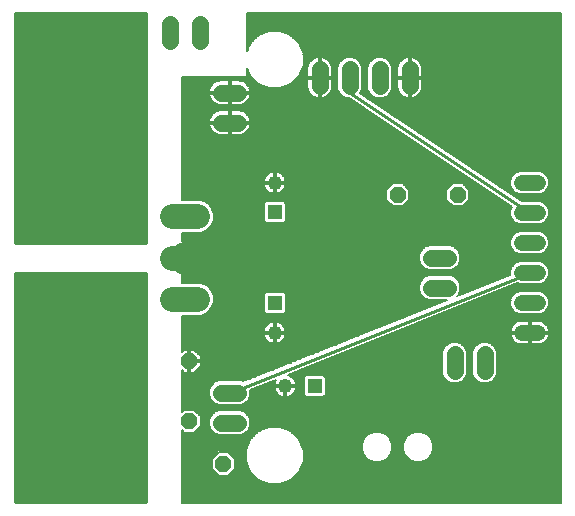
<source format=gbl>
G75*
%MOIN*%
%OFA0B0*%
%FSLAX25Y25*%
%IPPOS*%
%LPD*%
%AMOC8*
5,1,8,0,0,1.08239X$1,22.5*
%
%ADD10C,0.05600*%
%ADD11OC8,0.05200*%
%ADD12R,0.34449X0.20472*%
%ADD13C,0.35433*%
%ADD14C,0.08400*%
%ADD15C,0.05200*%
%ADD16R,0.04800X0.04800*%
%ADD17C,0.04800*%
%ADD18C,0.01000*%
%ADD19C,0.03569*%
%ADD20C,0.00600*%
%ADD21C,0.11000*%
%ADD22C,0.25591*%
D10*
X0074137Y0034250D02*
X0079737Y0034250D01*
X0079737Y0044250D02*
X0074137Y0044250D01*
X0144137Y0079250D02*
X0149737Y0079250D01*
X0149737Y0089250D02*
X0144137Y0089250D01*
X0151937Y0057050D02*
X0151937Y0051450D01*
X0161937Y0051450D02*
X0161937Y0057050D01*
X0079737Y0134250D02*
X0074137Y0134250D01*
X0074137Y0144250D02*
X0079737Y0144250D01*
X0066937Y0161450D02*
X0066937Y0167050D01*
X0056937Y0167050D02*
X0056937Y0161450D01*
X0106937Y0152050D02*
X0106937Y0146450D01*
X0116937Y0146450D02*
X0116937Y0152050D01*
X0126937Y0152050D02*
X0126937Y0146450D01*
X0136937Y0146450D02*
X0136937Y0152050D01*
D11*
X0132937Y0110250D03*
X0152937Y0110250D03*
X0063413Y0054729D03*
X0063413Y0034729D03*
X0074834Y0020531D03*
X0044834Y0020531D03*
D12*
X0026937Y0067990D03*
X0026937Y0110509D03*
D13*
X0026937Y0141750D03*
X0026937Y0036750D03*
D14*
X0057737Y0075470D02*
X0066137Y0075470D01*
X0066137Y0089250D02*
X0057737Y0089250D01*
X0057737Y0103029D02*
X0066137Y0103029D01*
D15*
X0174337Y0104250D02*
X0179537Y0104250D01*
X0179537Y0114250D02*
X0174337Y0114250D01*
X0174337Y0094250D02*
X0179537Y0094250D01*
X0179537Y0084250D02*
X0174337Y0084250D01*
X0174337Y0074250D02*
X0179537Y0074250D01*
X0179537Y0064250D02*
X0174337Y0064250D01*
D16*
X0105239Y0046470D03*
X0091937Y0074050D03*
X0091937Y0104450D03*
D17*
X0091937Y0114250D03*
X0091937Y0064250D03*
X0095439Y0046470D03*
D18*
X0005437Y0084250D02*
X0005437Y0007750D01*
X0048937Y0007750D01*
X0048937Y0084250D01*
X0005437Y0084250D01*
X0005437Y0084123D02*
X0048937Y0084123D01*
X0048937Y0083125D02*
X0005437Y0083125D01*
X0005437Y0082126D02*
X0048937Y0082126D01*
X0048937Y0081128D02*
X0005437Y0081128D01*
X0005437Y0080129D02*
X0048937Y0080129D01*
X0048937Y0079131D02*
X0005437Y0079131D01*
X0005437Y0078132D02*
X0048937Y0078132D01*
X0048937Y0077134D02*
X0005437Y0077134D01*
X0005437Y0076135D02*
X0048937Y0076135D01*
X0048937Y0075137D02*
X0005437Y0075137D01*
X0005437Y0074138D02*
X0048937Y0074138D01*
X0048937Y0073139D02*
X0005437Y0073139D01*
X0005437Y0072141D02*
X0048937Y0072141D01*
X0048937Y0071142D02*
X0005437Y0071142D01*
X0005437Y0070144D02*
X0048937Y0070144D01*
X0048937Y0069145D02*
X0005437Y0069145D01*
X0005437Y0068147D02*
X0048937Y0068147D01*
X0048937Y0067148D02*
X0005437Y0067148D01*
X0005437Y0066150D02*
X0048937Y0066150D01*
X0048937Y0065151D02*
X0005437Y0065151D01*
X0005437Y0064153D02*
X0048937Y0064153D01*
X0048937Y0063154D02*
X0005437Y0063154D01*
X0005437Y0062156D02*
X0048937Y0062156D01*
X0048937Y0061157D02*
X0005437Y0061157D01*
X0005437Y0060159D02*
X0048937Y0060159D01*
X0048937Y0059160D02*
X0005437Y0059160D01*
X0005437Y0058162D02*
X0048937Y0058162D01*
X0048937Y0057163D02*
X0005437Y0057163D01*
X0005437Y0056165D02*
X0048937Y0056165D01*
X0048937Y0055166D02*
X0005437Y0055166D01*
X0005437Y0054168D02*
X0048937Y0054168D01*
X0048937Y0053169D02*
X0005437Y0053169D01*
X0005437Y0052171D02*
X0048937Y0052171D01*
X0048937Y0051172D02*
X0005437Y0051172D01*
X0005437Y0050174D02*
X0048937Y0050174D01*
X0048937Y0049175D02*
X0005437Y0049175D01*
X0005437Y0048177D02*
X0048937Y0048177D01*
X0048937Y0047178D02*
X0005437Y0047178D01*
X0005437Y0046180D02*
X0048937Y0046180D01*
X0048937Y0045181D02*
X0005437Y0045181D01*
X0005437Y0044183D02*
X0048937Y0044183D01*
X0048937Y0043184D02*
X0005437Y0043184D01*
X0005437Y0042186D02*
X0048937Y0042186D01*
X0048937Y0041187D02*
X0005437Y0041187D01*
X0005437Y0040189D02*
X0048937Y0040189D01*
X0048937Y0039190D02*
X0005437Y0039190D01*
X0005437Y0038192D02*
X0048937Y0038192D01*
X0048937Y0037193D02*
X0005437Y0037193D01*
X0005437Y0036195D02*
X0048937Y0036195D01*
X0048937Y0035196D02*
X0005437Y0035196D01*
X0005437Y0034198D02*
X0048937Y0034198D01*
X0048937Y0033199D02*
X0005437Y0033199D01*
X0005437Y0032201D02*
X0048937Y0032201D01*
X0048937Y0031202D02*
X0005437Y0031202D01*
X0005437Y0030204D02*
X0048937Y0030204D01*
X0048937Y0029205D02*
X0005437Y0029205D01*
X0005437Y0028206D02*
X0048937Y0028206D01*
X0048937Y0027208D02*
X0005437Y0027208D01*
X0005437Y0026209D02*
X0048937Y0026209D01*
X0048937Y0025211D02*
X0005437Y0025211D01*
X0005437Y0024212D02*
X0048937Y0024212D01*
X0048937Y0023214D02*
X0005437Y0023214D01*
X0005437Y0022215D02*
X0048937Y0022215D01*
X0048937Y0021217D02*
X0005437Y0021217D01*
X0005437Y0020218D02*
X0048937Y0020218D01*
X0048937Y0019220D02*
X0005437Y0019220D01*
X0005437Y0018221D02*
X0048937Y0018221D01*
X0048937Y0017223D02*
X0005437Y0017223D01*
X0005437Y0016224D02*
X0048937Y0016224D01*
X0048937Y0015226D02*
X0005437Y0015226D01*
X0005437Y0014227D02*
X0048937Y0014227D01*
X0048937Y0013229D02*
X0005437Y0013229D01*
X0005437Y0012230D02*
X0048937Y0012230D01*
X0048937Y0011232D02*
X0005437Y0011232D01*
X0005437Y0010233D02*
X0048937Y0010233D01*
X0048937Y0009235D02*
X0005437Y0009235D01*
X0005437Y0008236D02*
X0048937Y0008236D01*
X0076937Y0044250D02*
X0176937Y0084250D01*
X0176937Y0104250D02*
X0116937Y0144250D01*
X0116937Y0149250D01*
X0048937Y0149026D02*
X0005437Y0149026D01*
X0005437Y0148028D02*
X0048937Y0148028D01*
X0048937Y0147029D02*
X0005437Y0147029D01*
X0005437Y0146031D02*
X0048937Y0146031D01*
X0048937Y0145032D02*
X0005437Y0145032D01*
X0005437Y0144034D02*
X0048937Y0144034D01*
X0048937Y0143035D02*
X0005437Y0143035D01*
X0005437Y0142037D02*
X0048937Y0142037D01*
X0048937Y0141038D02*
X0005437Y0141038D01*
X0005437Y0140040D02*
X0048937Y0140040D01*
X0048937Y0139041D02*
X0005437Y0139041D01*
X0005437Y0138043D02*
X0048937Y0138043D01*
X0048937Y0137044D02*
X0005437Y0137044D01*
X0005437Y0136046D02*
X0048937Y0136046D01*
X0048937Y0135047D02*
X0005437Y0135047D01*
X0005437Y0134049D02*
X0048937Y0134049D01*
X0048937Y0133050D02*
X0005437Y0133050D01*
X0005437Y0132052D02*
X0048937Y0132052D01*
X0048937Y0131053D02*
X0005437Y0131053D01*
X0005437Y0130055D02*
X0048937Y0130055D01*
X0048937Y0129056D02*
X0005437Y0129056D01*
X0005437Y0128058D02*
X0048937Y0128058D01*
X0048937Y0127059D02*
X0005437Y0127059D01*
X0005437Y0126061D02*
X0048937Y0126061D01*
X0048937Y0125062D02*
X0005437Y0125062D01*
X0005437Y0124064D02*
X0048937Y0124064D01*
X0048937Y0123065D02*
X0005437Y0123065D01*
X0005437Y0122067D02*
X0048937Y0122067D01*
X0048937Y0121068D02*
X0005437Y0121068D01*
X0005437Y0120070D02*
X0048937Y0120070D01*
X0048937Y0119071D02*
X0005437Y0119071D01*
X0005437Y0118073D02*
X0048937Y0118073D01*
X0048937Y0117074D02*
X0005437Y0117074D01*
X0005437Y0116075D02*
X0048937Y0116075D01*
X0048937Y0115077D02*
X0005437Y0115077D01*
X0005437Y0114078D02*
X0048937Y0114078D01*
X0048937Y0113080D02*
X0005437Y0113080D01*
X0005437Y0112081D02*
X0048937Y0112081D01*
X0048937Y0111083D02*
X0005437Y0111083D01*
X0005437Y0110084D02*
X0048937Y0110084D01*
X0048937Y0109086D02*
X0005437Y0109086D01*
X0005437Y0108087D02*
X0048937Y0108087D01*
X0048937Y0107089D02*
X0005437Y0107089D01*
X0005437Y0106090D02*
X0048937Y0106090D01*
X0048937Y0105092D02*
X0005437Y0105092D01*
X0005437Y0104093D02*
X0048937Y0104093D01*
X0048937Y0103095D02*
X0005437Y0103095D01*
X0005437Y0102096D02*
X0048937Y0102096D01*
X0048937Y0101098D02*
X0005437Y0101098D01*
X0005437Y0100099D02*
X0048937Y0100099D01*
X0048937Y0099101D02*
X0005437Y0099101D01*
X0005437Y0098102D02*
X0048937Y0098102D01*
X0048937Y0097104D02*
X0005437Y0097104D01*
X0005437Y0096105D02*
X0048937Y0096105D01*
X0048937Y0095107D02*
X0005437Y0095107D01*
X0005437Y0094250D02*
X0005437Y0170710D01*
X0048937Y0170710D01*
X0048937Y0094250D01*
X0005437Y0094250D01*
X0005437Y0150025D02*
X0048937Y0150025D01*
X0048937Y0151023D02*
X0005437Y0151023D01*
X0005437Y0152022D02*
X0048937Y0152022D01*
X0048937Y0153020D02*
X0005437Y0153020D01*
X0005437Y0154019D02*
X0048937Y0154019D01*
X0048937Y0155017D02*
X0005437Y0155017D01*
X0005437Y0156016D02*
X0048937Y0156016D01*
X0048937Y0157014D02*
X0005437Y0157014D01*
X0005437Y0158013D02*
X0048937Y0158013D01*
X0048937Y0159011D02*
X0005437Y0159011D01*
X0005437Y0160010D02*
X0048937Y0160010D01*
X0048937Y0161008D02*
X0005437Y0161008D01*
X0005437Y0162007D02*
X0048937Y0162007D01*
X0048937Y0163006D02*
X0005437Y0163006D01*
X0005437Y0164004D02*
X0048937Y0164004D01*
X0048937Y0165003D02*
X0005437Y0165003D01*
X0005437Y0166001D02*
X0048937Y0166001D01*
X0048937Y0167000D02*
X0005437Y0167000D01*
X0005437Y0167998D02*
X0048937Y0167998D01*
X0048937Y0168997D02*
X0005437Y0168997D01*
X0005437Y0169995D02*
X0048937Y0169995D01*
D19*
X0041937Y0124250D03*
X0041937Y0119250D03*
X0036937Y0119250D03*
X0031937Y0119250D03*
X0026937Y0119250D03*
X0021937Y0119250D03*
X0016937Y0119250D03*
X0011937Y0119250D03*
X0011937Y0124250D03*
X0011937Y0059250D03*
X0016937Y0059250D03*
X0021937Y0059250D03*
X0026937Y0059250D03*
X0031937Y0059250D03*
X0036937Y0059250D03*
X0041937Y0059250D03*
X0041937Y0054250D03*
X0011937Y0054250D03*
X0125776Y0071452D03*
X0125776Y0075452D03*
D20*
X0131662Y0068078D02*
X0060937Y0068078D01*
X0060937Y0067480D02*
X0090112Y0067480D01*
X0090184Y0067529D02*
X0089578Y0067124D01*
X0089063Y0066608D01*
X0088658Y0066002D01*
X0088379Y0065329D01*
X0088237Y0064614D01*
X0088237Y0064550D01*
X0091637Y0064550D01*
X0091637Y0067950D01*
X0091573Y0067950D01*
X0090858Y0067807D01*
X0090184Y0067529D01*
X0089336Y0066881D02*
X0060937Y0066881D01*
X0060937Y0066283D02*
X0088846Y0066283D01*
X0088526Y0065684D02*
X0060937Y0065684D01*
X0060937Y0065086D02*
X0088331Y0065086D01*
X0088237Y0063950D02*
X0088237Y0063885D01*
X0088379Y0063170D01*
X0088658Y0062497D01*
X0089063Y0061891D01*
X0089578Y0061376D01*
X0090184Y0060971D01*
X0090858Y0060692D01*
X0091573Y0060550D01*
X0091637Y0060550D01*
X0091637Y0063950D01*
X0088237Y0063950D01*
X0088237Y0063889D02*
X0060937Y0063889D01*
X0060937Y0064487D02*
X0091637Y0064487D01*
X0091637Y0064550D02*
X0091637Y0063950D01*
X0092237Y0063950D01*
X0092237Y0064550D01*
X0091637Y0064550D01*
X0091637Y0065086D02*
X0092237Y0065086D01*
X0092237Y0064550D02*
X0092237Y0067950D01*
X0092301Y0067950D01*
X0093016Y0067807D01*
X0093690Y0067529D01*
X0094296Y0067124D01*
X0094811Y0066608D01*
X0095216Y0066002D01*
X0095495Y0065329D01*
X0095637Y0064614D01*
X0095637Y0064550D01*
X0092237Y0064550D01*
X0092237Y0064487D02*
X0122685Y0064487D01*
X0124181Y0065086D02*
X0095543Y0065086D01*
X0095348Y0065684D02*
X0125677Y0065684D01*
X0127174Y0066283D02*
X0095028Y0066283D01*
X0094538Y0066881D02*
X0128670Y0066881D01*
X0130166Y0067480D02*
X0093762Y0067480D01*
X0092237Y0067480D02*
X0091637Y0067480D01*
X0091637Y0066881D02*
X0092237Y0066881D01*
X0092237Y0066283D02*
X0091637Y0066283D01*
X0091637Y0065684D02*
X0092237Y0065684D01*
X0092237Y0063950D02*
X0095637Y0063950D01*
X0095637Y0063885D01*
X0095495Y0063170D01*
X0095216Y0062497D01*
X0094811Y0061891D01*
X0094296Y0061376D01*
X0093690Y0060971D01*
X0093016Y0060692D01*
X0092301Y0060550D01*
X0092237Y0060550D01*
X0092237Y0063950D01*
X0092237Y0063889D02*
X0091637Y0063889D01*
X0091637Y0063290D02*
X0092237Y0063290D01*
X0092237Y0062692D02*
X0091637Y0062692D01*
X0091637Y0062093D02*
X0092237Y0062093D01*
X0092237Y0061495D02*
X0091637Y0061495D01*
X0091637Y0060896D02*
X0092237Y0060896D01*
X0093510Y0060896D02*
X0113707Y0060896D01*
X0112211Y0060298D02*
X0060937Y0060298D01*
X0060937Y0060896D02*
X0090364Y0060896D01*
X0089459Y0061495D02*
X0060937Y0061495D01*
X0060937Y0062093D02*
X0088928Y0062093D01*
X0088577Y0062692D02*
X0060937Y0062692D01*
X0060937Y0063290D02*
X0088355Y0063290D01*
X0094415Y0061495D02*
X0115203Y0061495D01*
X0116700Y0062093D02*
X0094946Y0062093D01*
X0095297Y0062692D02*
X0118196Y0062692D01*
X0119692Y0063290D02*
X0095519Y0063290D01*
X0095637Y0063889D02*
X0121188Y0063889D01*
X0121904Y0060298D02*
X0149387Y0060298D01*
X0149615Y0060525D02*
X0148461Y0059372D01*
X0147837Y0057865D01*
X0147837Y0050634D01*
X0148461Y0049127D01*
X0149615Y0047974D01*
X0151121Y0047350D01*
X0152753Y0047350D01*
X0154259Y0047974D01*
X0155413Y0049127D01*
X0156037Y0050634D01*
X0156037Y0057865D01*
X0155413Y0059372D01*
X0154259Y0060525D01*
X0152753Y0061150D01*
X0151121Y0061150D01*
X0149615Y0060525D01*
X0150510Y0060896D02*
X0123400Y0060896D01*
X0124897Y0061495D02*
X0171576Y0061495D01*
X0171308Y0061764D02*
X0171851Y0061220D01*
X0172490Y0060794D01*
X0173199Y0060500D01*
X0173953Y0060350D01*
X0176637Y0060350D01*
X0176637Y0063950D01*
X0170437Y0063950D01*
X0170437Y0063866D01*
X0170587Y0063112D01*
X0170881Y0062402D01*
X0171308Y0061764D01*
X0171087Y0062093D02*
X0126393Y0062093D01*
X0127889Y0062692D02*
X0170761Y0062692D01*
X0170551Y0063290D02*
X0129385Y0063290D01*
X0130882Y0063889D02*
X0170437Y0063889D01*
X0170437Y0064550D02*
X0176637Y0064550D01*
X0176637Y0068150D01*
X0173953Y0068150D01*
X0173199Y0068000D01*
X0172490Y0067706D01*
X0171851Y0067279D01*
X0171308Y0066736D01*
X0170881Y0066097D01*
X0170587Y0065387D01*
X0170437Y0064634D01*
X0170437Y0064550D01*
X0170527Y0065086D02*
X0133874Y0065086D01*
X0132378Y0064487D02*
X0176637Y0064487D01*
X0176637Y0064550D02*
X0176637Y0063950D01*
X0177237Y0063950D01*
X0177237Y0064550D01*
X0176637Y0064550D01*
X0176637Y0065086D02*
X0177237Y0065086D01*
X0177237Y0064550D02*
X0177237Y0068150D01*
X0179921Y0068150D01*
X0180675Y0068000D01*
X0181384Y0067706D01*
X0182023Y0067279D01*
X0182566Y0066736D01*
X0182993Y0066097D01*
X0183287Y0065387D01*
X0183437Y0064634D01*
X0183437Y0064550D01*
X0177237Y0064550D01*
X0177237Y0064487D02*
X0187338Y0064487D01*
X0187338Y0063889D02*
X0183437Y0063889D01*
X0183437Y0063866D02*
X0183287Y0063112D01*
X0182993Y0062402D01*
X0182566Y0061764D01*
X0182023Y0061220D01*
X0181384Y0060794D01*
X0180675Y0060500D01*
X0179921Y0060350D01*
X0177237Y0060350D01*
X0177237Y0063950D01*
X0183437Y0063950D01*
X0183437Y0063866D01*
X0183323Y0063290D02*
X0187338Y0063290D01*
X0187338Y0062692D02*
X0183113Y0062692D01*
X0182787Y0062093D02*
X0187338Y0062093D01*
X0187338Y0061495D02*
X0182298Y0061495D01*
X0181538Y0060896D02*
X0187338Y0060896D01*
X0187338Y0060298D02*
X0164487Y0060298D01*
X0164259Y0060525D02*
X0162753Y0061150D01*
X0161121Y0061150D01*
X0159615Y0060525D01*
X0158461Y0059372D01*
X0157837Y0057865D01*
X0157837Y0050634D01*
X0158461Y0049127D01*
X0159615Y0047974D01*
X0161121Y0047350D01*
X0162753Y0047350D01*
X0164259Y0047974D01*
X0165413Y0049127D01*
X0166037Y0050634D01*
X0166037Y0057865D01*
X0165413Y0059372D01*
X0164259Y0060525D01*
X0163364Y0060896D02*
X0172336Y0060896D01*
X0176637Y0060896D02*
X0177237Y0060896D01*
X0177237Y0061495D02*
X0176637Y0061495D01*
X0176637Y0062093D02*
X0177237Y0062093D01*
X0177237Y0062692D02*
X0176637Y0062692D01*
X0176637Y0063290D02*
X0177237Y0063290D01*
X0177237Y0063889D02*
X0176637Y0063889D01*
X0176637Y0065684D02*
X0177237Y0065684D01*
X0177237Y0066283D02*
X0176637Y0066283D01*
X0176637Y0066881D02*
X0177237Y0066881D01*
X0177237Y0067480D02*
X0176637Y0067480D01*
X0176637Y0068078D02*
X0177237Y0068078D01*
X0180279Y0068078D02*
X0187338Y0068078D01*
X0187338Y0067480D02*
X0181722Y0067480D01*
X0182421Y0066881D02*
X0187338Y0066881D01*
X0187338Y0066283D02*
X0182869Y0066283D01*
X0183164Y0065684D02*
X0187338Y0065684D01*
X0187338Y0065086D02*
X0183347Y0065086D01*
X0187338Y0068677D02*
X0142852Y0068677D01*
X0144348Y0069275D02*
X0187338Y0069275D01*
X0187338Y0069874D02*
X0145844Y0069874D01*
X0147341Y0070473D02*
X0173265Y0070473D01*
X0173561Y0070350D02*
X0180313Y0070350D01*
X0181746Y0070943D01*
X0182843Y0072040D01*
X0183437Y0073474D01*
X0183437Y0075025D01*
X0182843Y0076459D01*
X0181746Y0077556D01*
X0180313Y0078150D01*
X0173561Y0078150D01*
X0172128Y0077556D01*
X0171031Y0076459D01*
X0170437Y0075025D01*
X0170437Y0073474D01*
X0171031Y0072040D01*
X0172128Y0070943D01*
X0173561Y0070350D01*
X0172000Y0071071D02*
X0148837Y0071071D01*
X0150333Y0071670D02*
X0171402Y0071670D01*
X0170936Y0072268D02*
X0151830Y0072268D01*
X0153326Y0072867D02*
X0170689Y0072867D01*
X0170441Y0073465D02*
X0154822Y0073465D01*
X0156318Y0074064D02*
X0170437Y0074064D01*
X0170437Y0074662D02*
X0157815Y0074662D01*
X0159311Y0075261D02*
X0170534Y0075261D01*
X0170782Y0075859D02*
X0160807Y0075859D01*
X0162304Y0076458D02*
X0171030Y0076458D01*
X0171628Y0077056D02*
X0163800Y0077056D01*
X0165296Y0077655D02*
X0172366Y0077655D01*
X0171281Y0080049D02*
X0187338Y0080049D01*
X0187338Y0080647D02*
X0181031Y0080647D01*
X0181746Y0080943D02*
X0182843Y0082040D01*
X0183437Y0083474D01*
X0183437Y0085025D01*
X0182843Y0086459D01*
X0181746Y0087556D01*
X0180313Y0088150D01*
X0173561Y0088150D01*
X0172128Y0087556D01*
X0171031Y0086459D01*
X0170437Y0085025D01*
X0170437Y0083588D01*
X0152832Y0076546D01*
X0153213Y0076927D01*
X0153837Y0078434D01*
X0153837Y0080065D01*
X0153213Y0081572D01*
X0152059Y0082725D01*
X0150553Y0083350D01*
X0143321Y0083350D01*
X0141815Y0082725D01*
X0140661Y0081572D01*
X0140037Y0080065D01*
X0140037Y0078434D01*
X0140661Y0076927D01*
X0141815Y0075774D01*
X0143321Y0075150D01*
X0149340Y0075150D01*
X0081431Y0047986D01*
X0080553Y0048350D01*
X0073321Y0048350D01*
X0071815Y0047725D01*
X0070661Y0046572D01*
X0070037Y0045065D01*
X0070037Y0043434D01*
X0070661Y0041927D01*
X0071815Y0040774D01*
X0073321Y0040150D01*
X0080553Y0040150D01*
X0082059Y0040774D01*
X0083213Y0041927D01*
X0083837Y0043434D01*
X0083837Y0045065D01*
X0083835Y0045070D01*
X0092322Y0048465D01*
X0092160Y0048222D01*
X0091881Y0047549D01*
X0091739Y0046834D01*
X0091739Y0046770D01*
X0095139Y0046770D01*
X0095139Y0046170D01*
X0091739Y0046170D01*
X0091739Y0046105D01*
X0091881Y0045391D01*
X0092160Y0044717D01*
X0092565Y0044111D01*
X0093080Y0043596D01*
X0093687Y0043191D01*
X0094360Y0042912D01*
X0095075Y0042770D01*
X0095139Y0042770D01*
X0095139Y0046170D01*
X0095739Y0046170D01*
X0095739Y0046770D01*
X0099139Y0046770D01*
X0099139Y0046834D01*
X0098997Y0047549D01*
X0098718Y0048222D01*
X0098313Y0048828D01*
X0097798Y0049344D01*
X0097192Y0049749D01*
X0096518Y0050028D01*
X0096325Y0050066D01*
X0172811Y0080661D01*
X0173561Y0080350D01*
X0180313Y0080350D01*
X0181746Y0080943D01*
X0182048Y0081246D02*
X0187338Y0081246D01*
X0187338Y0081844D02*
X0182647Y0081844D01*
X0183010Y0082443D02*
X0187338Y0082443D01*
X0187338Y0083041D02*
X0183258Y0083041D01*
X0183437Y0083640D02*
X0187338Y0083640D01*
X0187338Y0084238D02*
X0183437Y0084238D01*
X0183437Y0084837D02*
X0187338Y0084837D01*
X0187338Y0085435D02*
X0183267Y0085435D01*
X0183019Y0086034D02*
X0187338Y0086034D01*
X0187338Y0086632D02*
X0182670Y0086632D01*
X0182071Y0087231D02*
X0187338Y0087231D01*
X0187338Y0087829D02*
X0181086Y0087829D01*
X0180313Y0090350D02*
X0181746Y0090943D01*
X0182843Y0092040D01*
X0183437Y0093474D01*
X0183437Y0095025D01*
X0182843Y0096459D01*
X0181746Y0097556D01*
X0180313Y0098150D01*
X0173561Y0098150D01*
X0172128Y0097556D01*
X0171031Y0096459D01*
X0170437Y0095025D01*
X0170437Y0093474D01*
X0171031Y0092040D01*
X0172128Y0090943D01*
X0173561Y0090350D01*
X0180313Y0090350D01*
X0181453Y0090822D02*
X0187338Y0090822D01*
X0187338Y0091420D02*
X0182223Y0091420D01*
X0182822Y0092019D02*
X0187338Y0092019D01*
X0187338Y0092617D02*
X0183082Y0092617D01*
X0183330Y0093216D02*
X0187338Y0093216D01*
X0187338Y0093814D02*
X0183437Y0093814D01*
X0183437Y0094413D02*
X0187338Y0094413D01*
X0187338Y0095011D02*
X0183437Y0095011D01*
X0183195Y0095610D02*
X0187338Y0095610D01*
X0187338Y0096208D02*
X0182947Y0096208D01*
X0182495Y0096807D02*
X0187338Y0096807D01*
X0187338Y0097406D02*
X0181897Y0097406D01*
X0180664Y0098004D02*
X0187338Y0098004D01*
X0187338Y0098603D02*
X0069489Y0098603D01*
X0069252Y0098367D02*
X0070800Y0099914D01*
X0071637Y0101935D01*
X0071637Y0104123D01*
X0070800Y0106145D01*
X0069252Y0107692D01*
X0067231Y0108529D01*
X0060937Y0108529D01*
X0060937Y0149450D01*
X0082268Y0149450D01*
X0082737Y0149918D01*
X0082737Y0152377D01*
X0083799Y0149812D01*
X0086499Y0147112D01*
X0090028Y0145650D01*
X0093846Y0145650D01*
X0097375Y0147112D01*
X0100075Y0149812D01*
X0101536Y0153340D01*
X0101536Y0157159D01*
X0100075Y0160687D01*
X0097375Y0163387D01*
X0093846Y0164849D01*
X0090028Y0164849D01*
X0086499Y0163387D01*
X0083799Y0160687D01*
X0082737Y0158123D01*
X0082737Y0170910D01*
X0187338Y0170910D01*
X0187338Y0007550D01*
X0060937Y0007550D01*
X0060937Y0031690D01*
X0061798Y0030829D01*
X0065029Y0030829D01*
X0067313Y0033113D01*
X0067313Y0036344D01*
X0065029Y0038629D01*
X0061798Y0038629D01*
X0060937Y0037768D01*
X0060937Y0051690D01*
X0061798Y0050829D01*
X0063113Y0050829D01*
X0063113Y0054429D01*
X0063713Y0054429D01*
X0063713Y0055029D01*
X0063113Y0055029D01*
X0063113Y0058629D01*
X0061798Y0058629D01*
X0060937Y0057768D01*
X0060937Y0069970D01*
X0067231Y0069970D01*
X0069252Y0070807D01*
X0070800Y0072355D01*
X0071637Y0074376D01*
X0071637Y0076564D01*
X0070800Y0078586D01*
X0069252Y0080133D01*
X0067231Y0080970D01*
X0060937Y0080970D01*
X0060937Y0083750D01*
X0061637Y0083750D01*
X0061637Y0088950D01*
X0062237Y0088950D01*
X0062237Y0089550D01*
X0061637Y0089550D01*
X0061637Y0094750D01*
X0060937Y0094750D01*
X0060937Y0097529D01*
X0067231Y0097529D01*
X0069252Y0098367D01*
X0068377Y0098004D02*
X0173210Y0098004D01*
X0171977Y0097406D02*
X0060937Y0097406D01*
X0060937Y0096807D02*
X0171379Y0096807D01*
X0170927Y0096208D02*
X0060937Y0096208D01*
X0060937Y0095610D02*
X0170679Y0095610D01*
X0170437Y0095011D02*
X0060937Y0095011D01*
X0061637Y0094413D02*
X0062237Y0094413D01*
X0062237Y0094750D02*
X0062237Y0089550D01*
X0071637Y0089550D01*
X0071637Y0089683D01*
X0071502Y0090538D01*
X0071234Y0091361D01*
X0070841Y0092132D01*
X0070332Y0092833D01*
X0069720Y0093445D01*
X0069020Y0093954D01*
X0068248Y0094347D01*
X0067425Y0094614D01*
X0066570Y0094750D01*
X0062237Y0094750D01*
X0062237Y0093814D02*
X0061637Y0093814D01*
X0061637Y0093216D02*
X0062237Y0093216D01*
X0062237Y0092617D02*
X0061637Y0092617D01*
X0061637Y0092019D02*
X0062237Y0092019D01*
X0062237Y0091420D02*
X0061637Y0091420D01*
X0061637Y0090822D02*
X0062237Y0090822D01*
X0062237Y0090223D02*
X0061637Y0090223D01*
X0061637Y0089625D02*
X0062237Y0089625D01*
X0062237Y0089026D02*
X0140037Y0089026D01*
X0140037Y0088434D02*
X0140661Y0086927D01*
X0141815Y0085774D01*
X0143321Y0085150D01*
X0150553Y0085150D01*
X0152059Y0085774D01*
X0153213Y0086927D01*
X0153837Y0088434D01*
X0153837Y0090065D01*
X0153213Y0091572D01*
X0152059Y0092725D01*
X0150553Y0093350D01*
X0143321Y0093350D01*
X0141815Y0092725D01*
X0140661Y0091572D01*
X0140037Y0090065D01*
X0140037Y0088434D01*
X0140040Y0088428D02*
X0071575Y0088428D01*
X0071637Y0088817D02*
X0071502Y0087962D01*
X0071234Y0087138D01*
X0070841Y0086367D01*
X0070332Y0085667D01*
X0069720Y0085054D01*
X0069020Y0084546D01*
X0068248Y0084153D01*
X0067425Y0083885D01*
X0066570Y0083750D01*
X0062237Y0083750D01*
X0062237Y0088950D01*
X0071637Y0088950D01*
X0071637Y0088817D01*
X0071637Y0089625D02*
X0140037Y0089625D01*
X0140103Y0090223D02*
X0071551Y0090223D01*
X0071409Y0090822D02*
X0140350Y0090822D01*
X0140598Y0091420D02*
X0071204Y0091420D01*
X0070899Y0092019D02*
X0141108Y0092019D01*
X0141707Y0092617D02*
X0070489Y0092617D01*
X0069949Y0093216D02*
X0142999Y0093216D01*
X0140288Y0087829D02*
X0071459Y0087829D01*
X0071264Y0087231D02*
X0140535Y0087231D01*
X0140956Y0086632D02*
X0070976Y0086632D01*
X0070599Y0086034D02*
X0141555Y0086034D01*
X0142632Y0085435D02*
X0070101Y0085435D01*
X0069420Y0084837D02*
X0170437Y0084837D01*
X0170437Y0084238D02*
X0068416Y0084238D01*
X0068011Y0080647D02*
X0140278Y0080647D01*
X0140037Y0080049D02*
X0069337Y0080049D01*
X0069935Y0079450D02*
X0140037Y0079450D01*
X0140037Y0078852D02*
X0070534Y0078852D01*
X0070937Y0078253D02*
X0140112Y0078253D01*
X0140360Y0077655D02*
X0094970Y0077655D01*
X0094875Y0077750D02*
X0088999Y0077750D01*
X0088237Y0076988D01*
X0088237Y0071111D01*
X0088999Y0070350D01*
X0094875Y0070350D01*
X0095637Y0071111D01*
X0095637Y0076988D01*
X0094875Y0077750D01*
X0095569Y0077056D02*
X0140608Y0077056D01*
X0141131Y0076458D02*
X0095637Y0076458D01*
X0095637Y0075859D02*
X0141729Y0075859D01*
X0143054Y0075261D02*
X0095637Y0075261D01*
X0095637Y0074662D02*
X0148121Y0074662D01*
X0146625Y0074064D02*
X0095637Y0074064D01*
X0095637Y0073465D02*
X0145129Y0073465D01*
X0143633Y0072867D02*
X0095637Y0072867D01*
X0095637Y0072268D02*
X0142136Y0072268D01*
X0140640Y0071670D02*
X0095637Y0071670D01*
X0095597Y0071071D02*
X0139144Y0071071D01*
X0137648Y0070473D02*
X0094998Y0070473D01*
X0088876Y0070473D02*
X0068444Y0070473D01*
X0069516Y0071071D02*
X0088277Y0071071D01*
X0088237Y0071670D02*
X0070115Y0071670D01*
X0070713Y0072268D02*
X0088237Y0072268D01*
X0088237Y0072867D02*
X0071012Y0072867D01*
X0071260Y0073465D02*
X0088237Y0073465D01*
X0088237Y0074064D02*
X0071508Y0074064D01*
X0071637Y0074662D02*
X0088237Y0074662D01*
X0088237Y0075261D02*
X0071637Y0075261D01*
X0071637Y0075859D02*
X0088237Y0075859D01*
X0088237Y0076458D02*
X0071637Y0076458D01*
X0071433Y0077056D02*
X0088305Y0077056D01*
X0088904Y0077655D02*
X0071185Y0077655D01*
X0062237Y0084238D02*
X0061637Y0084238D01*
X0061637Y0084837D02*
X0062237Y0084837D01*
X0062237Y0085435D02*
X0061637Y0085435D01*
X0061637Y0086034D02*
X0062237Y0086034D01*
X0062237Y0086632D02*
X0061637Y0086632D01*
X0061637Y0087231D02*
X0062237Y0087231D01*
X0062237Y0087829D02*
X0061637Y0087829D01*
X0061637Y0088428D02*
X0062237Y0088428D01*
X0060937Y0083640D02*
X0170437Y0083640D01*
X0169069Y0083041D02*
X0151297Y0083041D01*
X0152342Y0082443D02*
X0167573Y0082443D01*
X0166077Y0081844D02*
X0152941Y0081844D01*
X0153348Y0081246D02*
X0164581Y0081246D01*
X0163084Y0080647D02*
X0153596Y0080647D01*
X0153837Y0080049D02*
X0161588Y0080049D01*
X0160092Y0079450D02*
X0153837Y0079450D01*
X0153837Y0078852D02*
X0158595Y0078852D01*
X0157099Y0078253D02*
X0153762Y0078253D01*
X0153514Y0077655D02*
X0155603Y0077655D01*
X0154107Y0077056D02*
X0153266Y0077056D01*
X0151242Y0085435D02*
X0170607Y0085435D01*
X0170855Y0086034D02*
X0152319Y0086034D01*
X0152918Y0086632D02*
X0171204Y0086632D01*
X0171803Y0087231D02*
X0153339Y0087231D01*
X0153586Y0087829D02*
X0172788Y0087829D01*
X0172421Y0090822D02*
X0153524Y0090822D01*
X0153771Y0090223D02*
X0187338Y0090223D01*
X0187338Y0089625D02*
X0153837Y0089625D01*
X0153837Y0089026D02*
X0187338Y0089026D01*
X0187338Y0088428D02*
X0153834Y0088428D01*
X0153276Y0091420D02*
X0171651Y0091420D01*
X0171052Y0092019D02*
X0152766Y0092019D01*
X0152167Y0092617D02*
X0170792Y0092617D01*
X0170544Y0093216D02*
X0150875Y0093216D01*
X0142577Y0083041D02*
X0060937Y0083041D01*
X0060937Y0082443D02*
X0141532Y0082443D01*
X0140933Y0081844D02*
X0060937Y0081844D01*
X0060937Y0081246D02*
X0140526Y0081246D01*
X0136151Y0069874D02*
X0060937Y0069874D01*
X0060937Y0069275D02*
X0134655Y0069275D01*
X0133159Y0068677D02*
X0060937Y0068677D01*
X0060937Y0059699D02*
X0110715Y0059699D01*
X0109218Y0059101D02*
X0060937Y0059101D01*
X0060937Y0058502D02*
X0061672Y0058502D01*
X0061073Y0057904D02*
X0060937Y0057904D01*
X0063113Y0057904D02*
X0063713Y0057904D01*
X0063713Y0058502D02*
X0063113Y0058502D01*
X0063713Y0058629D02*
X0063713Y0055029D01*
X0067313Y0055029D01*
X0067313Y0056344D01*
X0065029Y0058629D01*
X0063713Y0058629D01*
X0063713Y0057305D02*
X0063113Y0057305D01*
X0063113Y0056707D02*
X0063713Y0056707D01*
X0063713Y0056108D02*
X0063113Y0056108D01*
X0063113Y0055510D02*
X0063713Y0055510D01*
X0063713Y0054911D02*
X0098744Y0054911D01*
X0097248Y0054313D02*
X0067313Y0054313D01*
X0067313Y0054429D02*
X0067313Y0053113D01*
X0065029Y0050829D01*
X0063713Y0050829D01*
X0063713Y0054429D01*
X0067313Y0054429D01*
X0067313Y0053714D02*
X0095752Y0053714D01*
X0094255Y0053116D02*
X0067313Y0053116D01*
X0066717Y0052517D02*
X0092759Y0052517D01*
X0091263Y0051919D02*
X0066119Y0051919D01*
X0065520Y0051320D02*
X0089767Y0051320D01*
X0088270Y0050722D02*
X0060937Y0050722D01*
X0060937Y0051320D02*
X0061306Y0051320D01*
X0060937Y0050123D02*
X0086774Y0050123D01*
X0085278Y0049525D02*
X0060937Y0049525D01*
X0060937Y0048926D02*
X0083782Y0048926D01*
X0082285Y0048328D02*
X0080606Y0048328D01*
X0083837Y0044737D02*
X0092152Y0044737D01*
X0091904Y0045335D02*
X0084497Y0045335D01*
X0083837Y0044138D02*
X0092547Y0044138D01*
X0093165Y0043539D02*
X0083837Y0043539D01*
X0083633Y0042941D02*
X0094290Y0042941D01*
X0095139Y0042941D02*
X0095739Y0042941D01*
X0095739Y0042770D02*
X0095804Y0042770D01*
X0096518Y0042912D01*
X0097192Y0043191D01*
X0097798Y0043596D01*
X0098313Y0044111D01*
X0098718Y0044717D01*
X0098997Y0045391D01*
X0099139Y0046105D01*
X0099139Y0046170D01*
X0095739Y0046170D01*
X0095739Y0042770D01*
X0095739Y0043539D02*
X0095139Y0043539D01*
X0095139Y0044138D02*
X0095739Y0044138D01*
X0095739Y0044737D02*
X0095139Y0044737D01*
X0095139Y0045335D02*
X0095739Y0045335D01*
X0095739Y0045934D02*
X0095139Y0045934D01*
X0095139Y0046532D02*
X0087490Y0046532D01*
X0088986Y0047131D02*
X0091798Y0047131D01*
X0091956Y0047729D02*
X0090482Y0047729D01*
X0091978Y0048328D02*
X0092231Y0048328D01*
X0091773Y0045934D02*
X0085993Y0045934D01*
X0083385Y0042342D02*
X0187338Y0042342D01*
X0187338Y0041744D02*
X0083030Y0041744D01*
X0082431Y0041145D02*
X0187338Y0041145D01*
X0187338Y0040547D02*
X0081512Y0040547D01*
X0080553Y0038350D02*
X0082059Y0037725D01*
X0083213Y0036572D01*
X0083837Y0035065D01*
X0083837Y0033434D01*
X0083213Y0031927D01*
X0082059Y0030774D01*
X0080553Y0030150D01*
X0073321Y0030150D01*
X0071815Y0030774D01*
X0070661Y0031927D01*
X0070037Y0033434D01*
X0070037Y0035065D01*
X0070661Y0036572D01*
X0071815Y0037725D01*
X0073321Y0038350D01*
X0080553Y0038350D01*
X0081028Y0038153D02*
X0187338Y0038153D01*
X0187338Y0038751D02*
X0060937Y0038751D01*
X0060937Y0038153D02*
X0061322Y0038153D01*
X0060937Y0039350D02*
X0187338Y0039350D01*
X0187338Y0039948D02*
X0060937Y0039948D01*
X0060937Y0040547D02*
X0072362Y0040547D01*
X0071443Y0041145D02*
X0060937Y0041145D01*
X0060937Y0041744D02*
X0070844Y0041744D01*
X0070489Y0042342D02*
X0060937Y0042342D01*
X0060937Y0042941D02*
X0070241Y0042941D01*
X0070037Y0043539D02*
X0060937Y0043539D01*
X0060937Y0044138D02*
X0070037Y0044138D01*
X0070037Y0044737D02*
X0060937Y0044737D01*
X0060937Y0045335D02*
X0070149Y0045335D01*
X0070397Y0045934D02*
X0060937Y0045934D01*
X0060937Y0046532D02*
X0070645Y0046532D01*
X0071220Y0047131D02*
X0060937Y0047131D01*
X0060937Y0047729D02*
X0071823Y0047729D01*
X0073268Y0048328D02*
X0060937Y0048328D01*
X0063113Y0051320D02*
X0063713Y0051320D01*
X0063713Y0051919D02*
X0063113Y0051919D01*
X0063113Y0052517D02*
X0063713Y0052517D01*
X0063713Y0053116D02*
X0063113Y0053116D01*
X0063113Y0053714D02*
X0063713Y0053714D01*
X0063713Y0054313D02*
X0063113Y0054313D01*
X0067313Y0055510D02*
X0100241Y0055510D01*
X0101737Y0056108D02*
X0067313Y0056108D01*
X0066951Y0056707D02*
X0103233Y0056707D01*
X0104729Y0057305D02*
X0066352Y0057305D01*
X0065754Y0057904D02*
X0106226Y0057904D01*
X0107722Y0058502D02*
X0065155Y0058502D01*
X0065505Y0038153D02*
X0072846Y0038153D01*
X0071643Y0037554D02*
X0066103Y0037554D01*
X0066702Y0036956D02*
X0071045Y0036956D01*
X0070572Y0036357D02*
X0067300Y0036357D01*
X0067313Y0035759D02*
X0070324Y0035759D01*
X0070076Y0035160D02*
X0067313Y0035160D01*
X0067313Y0034562D02*
X0070037Y0034562D01*
X0070037Y0033963D02*
X0067313Y0033963D01*
X0067313Y0033365D02*
X0070066Y0033365D01*
X0070314Y0032766D02*
X0066966Y0032766D01*
X0066368Y0032168D02*
X0070562Y0032168D01*
X0071019Y0031569D02*
X0065769Y0031569D01*
X0065171Y0030971D02*
X0071618Y0030971D01*
X0072784Y0030372D02*
X0060937Y0030372D01*
X0060937Y0029774D02*
X0084886Y0029774D01*
X0085484Y0030372D02*
X0081090Y0030372D01*
X0082256Y0030971D02*
X0086083Y0030971D01*
X0086499Y0031387D02*
X0083799Y0028687D01*
X0082338Y0025159D01*
X0082338Y0021340D01*
X0083799Y0017812D01*
X0086499Y0015112D01*
X0090028Y0013650D01*
X0093846Y0013650D01*
X0097375Y0015112D01*
X0100075Y0017812D01*
X0101536Y0021340D01*
X0101536Y0025159D01*
X0100075Y0028687D01*
X0097375Y0031387D01*
X0093846Y0032849D01*
X0090028Y0032849D01*
X0086499Y0031387D01*
X0086938Y0031569D02*
X0082855Y0031569D01*
X0083312Y0032168D02*
X0088383Y0032168D01*
X0089828Y0032766D02*
X0083560Y0032766D01*
X0083808Y0033365D02*
X0187338Y0033365D01*
X0187338Y0033963D02*
X0083837Y0033963D01*
X0083837Y0034562D02*
X0187338Y0034562D01*
X0187338Y0035160D02*
X0083798Y0035160D01*
X0083550Y0035759D02*
X0187338Y0035759D01*
X0187338Y0036357D02*
X0083302Y0036357D01*
X0082829Y0036956D02*
X0187338Y0036956D01*
X0187338Y0037554D02*
X0082231Y0037554D01*
X0084287Y0029175D02*
X0060937Y0029175D01*
X0060937Y0028577D02*
X0083753Y0028577D01*
X0083506Y0027978D02*
X0060937Y0027978D01*
X0060937Y0027380D02*
X0083258Y0027380D01*
X0083010Y0026781D02*
X0060937Y0026781D01*
X0060937Y0026183D02*
X0082762Y0026183D01*
X0082514Y0025584D02*
X0060937Y0025584D01*
X0060937Y0024986D02*
X0082338Y0024986D01*
X0082338Y0024387D02*
X0076493Y0024387D01*
X0076449Y0024431D02*
X0073219Y0024431D01*
X0070934Y0022146D01*
X0070934Y0018916D01*
X0073219Y0016631D01*
X0076449Y0016631D01*
X0078734Y0018916D01*
X0078734Y0022146D01*
X0076449Y0024431D01*
X0077092Y0023789D02*
X0082338Y0023789D01*
X0082338Y0023190D02*
X0077690Y0023190D01*
X0078289Y0022592D02*
X0082338Y0022592D01*
X0082338Y0021993D02*
X0078734Y0021993D01*
X0078734Y0021395D02*
X0082338Y0021395D01*
X0082563Y0020796D02*
X0078734Y0020796D01*
X0078734Y0020198D02*
X0082811Y0020198D01*
X0083059Y0019599D02*
X0078734Y0019599D01*
X0078734Y0019001D02*
X0083307Y0019001D01*
X0083555Y0018402D02*
X0078220Y0018402D01*
X0077622Y0017804D02*
X0083808Y0017804D01*
X0084406Y0017205D02*
X0077023Y0017205D01*
X0072645Y0017205D02*
X0060937Y0017205D01*
X0060937Y0017804D02*
X0072046Y0017804D01*
X0071448Y0018402D02*
X0060937Y0018402D01*
X0060937Y0019001D02*
X0070934Y0019001D01*
X0070934Y0019599D02*
X0060937Y0019599D01*
X0060937Y0020198D02*
X0070934Y0020198D01*
X0070934Y0020796D02*
X0060937Y0020796D01*
X0060937Y0021395D02*
X0070934Y0021395D01*
X0070934Y0021993D02*
X0060937Y0021993D01*
X0060937Y0022592D02*
X0071379Y0022592D01*
X0071978Y0023190D02*
X0060937Y0023190D01*
X0060937Y0023789D02*
X0072576Y0023789D01*
X0073175Y0024387D02*
X0060937Y0024387D01*
X0060937Y0030971D02*
X0061656Y0030971D01*
X0061057Y0031569D02*
X0060937Y0031569D01*
X0060937Y0016606D02*
X0085005Y0016606D01*
X0085603Y0016008D02*
X0060937Y0016008D01*
X0060937Y0015409D02*
X0086202Y0015409D01*
X0087226Y0014811D02*
X0060937Y0014811D01*
X0060937Y0014212D02*
X0088671Y0014212D01*
X0095203Y0014212D02*
X0187338Y0014212D01*
X0187338Y0013614D02*
X0060937Y0013614D01*
X0060937Y0013015D02*
X0187338Y0013015D01*
X0187338Y0012417D02*
X0060937Y0012417D01*
X0060937Y0011818D02*
X0187338Y0011818D01*
X0187338Y0011220D02*
X0060937Y0011220D01*
X0060937Y0010621D02*
X0187338Y0010621D01*
X0187338Y0010023D02*
X0060937Y0010023D01*
X0060937Y0009424D02*
X0187338Y0009424D01*
X0187338Y0008826D02*
X0060937Y0008826D01*
X0060937Y0008227D02*
X0187338Y0008227D01*
X0187338Y0007629D02*
X0060937Y0007629D01*
X0094046Y0032766D02*
X0187338Y0032766D01*
X0187338Y0032168D02*
X0095491Y0032168D01*
X0096936Y0031569D02*
X0187338Y0031569D01*
X0187338Y0030971D02*
X0141531Y0030971D01*
X0140796Y0031275D02*
X0138778Y0031275D01*
X0136914Y0030503D01*
X0135488Y0029076D01*
X0134715Y0027212D01*
X0134715Y0025195D01*
X0135488Y0023331D01*
X0136914Y0021904D01*
X0138778Y0021132D01*
X0140796Y0021132D01*
X0142660Y0021904D01*
X0144087Y0023331D01*
X0144859Y0025195D01*
X0144859Y0027212D01*
X0144087Y0029076D01*
X0142660Y0030503D01*
X0140796Y0031275D01*
X0142791Y0030372D02*
X0187338Y0030372D01*
X0187338Y0029774D02*
X0143389Y0029774D01*
X0143988Y0029175D02*
X0187338Y0029175D01*
X0187338Y0028577D02*
X0144294Y0028577D01*
X0144542Y0027978D02*
X0187338Y0027978D01*
X0187338Y0027380D02*
X0144789Y0027380D01*
X0144859Y0026781D02*
X0187338Y0026781D01*
X0187338Y0026183D02*
X0144859Y0026183D01*
X0144859Y0025584D02*
X0187338Y0025584D01*
X0187338Y0024986D02*
X0144772Y0024986D01*
X0144524Y0024387D02*
X0187338Y0024387D01*
X0187338Y0023789D02*
X0144276Y0023789D01*
X0143946Y0023190D02*
X0187338Y0023190D01*
X0187338Y0022592D02*
X0143348Y0022592D01*
X0142749Y0021993D02*
X0187338Y0021993D01*
X0187338Y0021395D02*
X0141430Y0021395D01*
X0138144Y0021395D02*
X0127651Y0021395D01*
X0127016Y0021132D02*
X0128880Y0021904D01*
X0130307Y0023331D01*
X0131079Y0025195D01*
X0131079Y0027212D01*
X0130307Y0029076D01*
X0128880Y0030503D01*
X0127016Y0031275D01*
X0124999Y0031275D01*
X0123135Y0030503D01*
X0121708Y0029076D01*
X0120936Y0027212D01*
X0120936Y0025195D01*
X0121708Y0023331D01*
X0123135Y0021904D01*
X0124999Y0021132D01*
X0127016Y0021132D01*
X0128970Y0021993D02*
X0136825Y0021993D01*
X0136227Y0022592D02*
X0129568Y0022592D01*
X0130167Y0023190D02*
X0135628Y0023190D01*
X0135298Y0023789D02*
X0130497Y0023789D01*
X0130745Y0024387D02*
X0135050Y0024387D01*
X0134802Y0024986D02*
X0130993Y0024986D01*
X0131079Y0025584D02*
X0134715Y0025584D01*
X0134715Y0026183D02*
X0131079Y0026183D01*
X0131079Y0026781D02*
X0134715Y0026781D01*
X0134785Y0027380D02*
X0131010Y0027380D01*
X0130762Y0027978D02*
X0135033Y0027978D01*
X0135281Y0028577D02*
X0130514Y0028577D01*
X0130208Y0029175D02*
X0135586Y0029175D01*
X0136185Y0029774D02*
X0129610Y0029774D01*
X0129011Y0030372D02*
X0136783Y0030372D01*
X0138043Y0030971D02*
X0127751Y0030971D01*
X0124264Y0030971D02*
X0097791Y0030971D01*
X0098390Y0030372D02*
X0123004Y0030372D01*
X0122405Y0029774D02*
X0098988Y0029774D01*
X0099587Y0029175D02*
X0121807Y0029175D01*
X0121501Y0028577D02*
X0100121Y0028577D01*
X0100368Y0027978D02*
X0121253Y0027978D01*
X0121005Y0027380D02*
X0100616Y0027380D01*
X0100864Y0026781D02*
X0120936Y0026781D01*
X0120936Y0026183D02*
X0101112Y0026183D01*
X0101360Y0025584D02*
X0120936Y0025584D01*
X0121023Y0024986D02*
X0101536Y0024986D01*
X0101536Y0024387D02*
X0121270Y0024387D01*
X0121518Y0023789D02*
X0101536Y0023789D01*
X0101536Y0023190D02*
X0121849Y0023190D01*
X0122447Y0022592D02*
X0101536Y0022592D01*
X0101536Y0021993D02*
X0123046Y0021993D01*
X0124365Y0021395D02*
X0101536Y0021395D01*
X0101311Y0020796D02*
X0187338Y0020796D01*
X0187338Y0020198D02*
X0101063Y0020198D01*
X0100815Y0019599D02*
X0187338Y0019599D01*
X0187338Y0019001D02*
X0100567Y0019001D01*
X0100319Y0018402D02*
X0187338Y0018402D01*
X0187338Y0017804D02*
X0100066Y0017804D01*
X0099468Y0017205D02*
X0187338Y0017205D01*
X0187338Y0016606D02*
X0098869Y0016606D01*
X0098271Y0016008D02*
X0187338Y0016008D01*
X0187338Y0015409D02*
X0097672Y0015409D01*
X0096648Y0014811D02*
X0187338Y0014811D01*
X0187338Y0042941D02*
X0108349Y0042941D01*
X0108178Y0042770D02*
X0108939Y0043531D01*
X0108939Y0049408D01*
X0108178Y0050170D01*
X0102301Y0050170D01*
X0101539Y0049408D01*
X0101539Y0043531D01*
X0102301Y0042770D01*
X0108178Y0042770D01*
X0108939Y0043539D02*
X0187338Y0043539D01*
X0187338Y0044138D02*
X0108939Y0044138D01*
X0108939Y0044737D02*
X0187338Y0044737D01*
X0187338Y0045335D02*
X0108939Y0045335D01*
X0108939Y0045934D02*
X0187338Y0045934D01*
X0187338Y0046532D02*
X0108939Y0046532D01*
X0108939Y0047131D02*
X0187338Y0047131D01*
X0187338Y0047729D02*
X0163669Y0047729D01*
X0164613Y0048328D02*
X0187338Y0048328D01*
X0187338Y0048926D02*
X0165212Y0048926D01*
X0165577Y0049525D02*
X0187338Y0049525D01*
X0187338Y0050123D02*
X0165825Y0050123D01*
X0166037Y0050722D02*
X0187338Y0050722D01*
X0187338Y0051320D02*
X0166037Y0051320D01*
X0166037Y0051919D02*
X0187338Y0051919D01*
X0187338Y0052517D02*
X0166037Y0052517D01*
X0166037Y0053116D02*
X0187338Y0053116D01*
X0187338Y0053714D02*
X0166037Y0053714D01*
X0166037Y0054313D02*
X0187338Y0054313D01*
X0187338Y0054911D02*
X0166037Y0054911D01*
X0166037Y0055510D02*
X0187338Y0055510D01*
X0187338Y0056108D02*
X0166037Y0056108D01*
X0166037Y0056707D02*
X0187338Y0056707D01*
X0187338Y0057305D02*
X0166037Y0057305D01*
X0166021Y0057904D02*
X0187338Y0057904D01*
X0187338Y0058502D02*
X0165773Y0058502D01*
X0165525Y0059101D02*
X0187338Y0059101D01*
X0187338Y0059699D02*
X0165086Y0059699D01*
X0160510Y0060896D02*
X0153364Y0060896D01*
X0154487Y0060298D02*
X0159387Y0060298D01*
X0158788Y0059699D02*
X0155086Y0059699D01*
X0155525Y0059101D02*
X0158349Y0059101D01*
X0158101Y0058502D02*
X0155773Y0058502D01*
X0156021Y0057904D02*
X0157853Y0057904D01*
X0157837Y0057305D02*
X0156037Y0057305D01*
X0156037Y0056707D02*
X0157837Y0056707D01*
X0157837Y0056108D02*
X0156037Y0056108D01*
X0156037Y0055510D02*
X0157837Y0055510D01*
X0157837Y0054911D02*
X0156037Y0054911D01*
X0156037Y0054313D02*
X0157837Y0054313D01*
X0157837Y0053714D02*
X0156037Y0053714D01*
X0156037Y0053116D02*
X0157837Y0053116D01*
X0157837Y0052517D02*
X0156037Y0052517D01*
X0156037Y0051919D02*
X0157837Y0051919D01*
X0157837Y0051320D02*
X0156037Y0051320D01*
X0156037Y0050722D02*
X0157837Y0050722D01*
X0158049Y0050123D02*
X0155825Y0050123D01*
X0155577Y0049525D02*
X0158297Y0049525D01*
X0158662Y0048926D02*
X0155212Y0048926D01*
X0154613Y0048328D02*
X0159261Y0048328D01*
X0160205Y0047729D02*
X0153669Y0047729D01*
X0150205Y0047729D02*
X0108939Y0047729D01*
X0108939Y0048328D02*
X0149261Y0048328D01*
X0148662Y0048926D02*
X0108939Y0048926D01*
X0108823Y0049525D02*
X0148297Y0049525D01*
X0148049Y0050123D02*
X0108224Y0050123D01*
X0106941Y0054313D02*
X0147837Y0054313D01*
X0147837Y0054911D02*
X0108437Y0054911D01*
X0109934Y0055510D02*
X0147837Y0055510D01*
X0147837Y0056108D02*
X0111430Y0056108D01*
X0112926Y0056707D02*
X0147837Y0056707D01*
X0147837Y0057305D02*
X0114423Y0057305D01*
X0115919Y0057904D02*
X0147853Y0057904D01*
X0148101Y0058502D02*
X0117415Y0058502D01*
X0118911Y0059101D02*
X0148349Y0059101D01*
X0148788Y0059699D02*
X0120408Y0059699D01*
X0135370Y0065684D02*
X0170710Y0065684D01*
X0171005Y0066283D02*
X0136867Y0066283D01*
X0138363Y0066881D02*
X0171453Y0066881D01*
X0172152Y0067480D02*
X0139859Y0067480D01*
X0141356Y0068078D02*
X0173595Y0068078D01*
X0180609Y0070473D02*
X0187338Y0070473D01*
X0187338Y0071071D02*
X0181874Y0071071D01*
X0182472Y0071670D02*
X0187338Y0071670D01*
X0187338Y0072268D02*
X0182938Y0072268D01*
X0183185Y0072867D02*
X0187338Y0072867D01*
X0187338Y0073465D02*
X0183433Y0073465D01*
X0183437Y0074064D02*
X0187338Y0074064D01*
X0187338Y0074662D02*
X0183437Y0074662D01*
X0183340Y0075261D02*
X0187338Y0075261D01*
X0187338Y0075859D02*
X0183092Y0075859D01*
X0182844Y0076458D02*
X0187338Y0076458D01*
X0187338Y0077056D02*
X0182246Y0077056D01*
X0181508Y0077655D02*
X0187338Y0077655D01*
X0187338Y0078253D02*
X0166792Y0078253D01*
X0168289Y0078852D02*
X0187338Y0078852D01*
X0187338Y0079450D02*
X0169785Y0079450D01*
X0172777Y0080647D02*
X0172843Y0080647D01*
X0170437Y0093814D02*
X0069211Y0093814D01*
X0068044Y0094413D02*
X0170437Y0094413D01*
X0173444Y0100398D02*
X0071000Y0100398D01*
X0071248Y0100997D02*
X0088752Y0100997D01*
X0088999Y0100750D02*
X0094875Y0100750D01*
X0095637Y0101511D01*
X0095637Y0107388D01*
X0094875Y0108150D01*
X0088999Y0108150D01*
X0088237Y0107388D01*
X0088237Y0101511D01*
X0088999Y0100750D01*
X0088237Y0101595D02*
X0071496Y0101595D01*
X0071637Y0102194D02*
X0088237Y0102194D01*
X0088237Y0102792D02*
X0071637Y0102792D01*
X0071637Y0103391D02*
X0088237Y0103391D01*
X0088237Y0103989D02*
X0071637Y0103989D01*
X0071445Y0104588D02*
X0088237Y0104588D01*
X0088237Y0105186D02*
X0071197Y0105186D01*
X0070949Y0105785D02*
X0088237Y0105785D01*
X0088237Y0106383D02*
X0070561Y0106383D01*
X0069963Y0106982D02*
X0088237Y0106982D01*
X0088429Y0107580D02*
X0069364Y0107580D01*
X0068077Y0108179D02*
X0129493Y0108179D01*
X0129037Y0108634D02*
X0131322Y0106350D01*
X0134552Y0106350D01*
X0136837Y0108634D01*
X0136837Y0111865D01*
X0134552Y0114150D01*
X0131322Y0114150D01*
X0129037Y0111865D01*
X0129037Y0108634D01*
X0129037Y0108777D02*
X0060937Y0108777D01*
X0060937Y0109376D02*
X0129037Y0109376D01*
X0129037Y0109974D02*
X0060937Y0109974D01*
X0060937Y0110573D02*
X0091456Y0110573D01*
X0091573Y0110550D02*
X0090858Y0110692D01*
X0090184Y0110971D01*
X0089578Y0111376D01*
X0089063Y0111891D01*
X0088658Y0112497D01*
X0088379Y0113170D01*
X0088237Y0113885D01*
X0088237Y0113950D01*
X0091637Y0113950D01*
X0091637Y0114550D01*
X0091637Y0117950D01*
X0091573Y0117950D01*
X0090858Y0117807D01*
X0090184Y0117529D01*
X0089578Y0117124D01*
X0089063Y0116608D01*
X0088658Y0116002D01*
X0088379Y0115329D01*
X0088237Y0114614D01*
X0088237Y0114550D01*
X0091637Y0114550D01*
X0092237Y0114550D01*
X0092237Y0117950D01*
X0092301Y0117950D01*
X0093016Y0117807D01*
X0093690Y0117529D01*
X0094296Y0117124D01*
X0094811Y0116608D01*
X0095216Y0116002D01*
X0095495Y0115329D01*
X0095637Y0114614D01*
X0095637Y0114550D01*
X0092237Y0114550D01*
X0092237Y0113950D01*
X0095637Y0113950D01*
X0095637Y0113885D01*
X0095495Y0113170D01*
X0095216Y0112497D01*
X0094811Y0111891D01*
X0094296Y0111376D01*
X0093690Y0110971D01*
X0093016Y0110692D01*
X0092301Y0110550D01*
X0092237Y0110550D01*
X0092237Y0113950D01*
X0091637Y0113950D01*
X0091637Y0110550D01*
X0091573Y0110550D01*
X0091637Y0110573D02*
X0092237Y0110573D01*
X0092418Y0110573D02*
X0129037Y0110573D01*
X0129037Y0111171D02*
X0093990Y0111171D01*
X0094690Y0111770D02*
X0129037Y0111770D01*
X0129540Y0112368D02*
X0095130Y0112368D01*
X0095410Y0112967D02*
X0130139Y0112967D01*
X0130737Y0113565D02*
X0095573Y0113565D01*
X0095608Y0114762D02*
X0157923Y0114762D01*
X0158821Y0114164D02*
X0092237Y0114164D01*
X0092237Y0114762D02*
X0091637Y0114762D01*
X0091637Y0114164D02*
X0060937Y0114164D01*
X0060937Y0114762D02*
X0088267Y0114762D01*
X0088392Y0115361D02*
X0060937Y0115361D01*
X0060937Y0115959D02*
X0088640Y0115959D01*
X0089029Y0116558D02*
X0060937Y0116558D01*
X0060937Y0117156D02*
X0089627Y0117156D01*
X0090731Y0117755D02*
X0060937Y0117755D01*
X0060937Y0118353D02*
X0152536Y0118353D01*
X0151639Y0118952D02*
X0060937Y0118952D01*
X0060937Y0119550D02*
X0150741Y0119550D01*
X0149843Y0120149D02*
X0060937Y0120149D01*
X0060937Y0120747D02*
X0148945Y0120747D01*
X0148048Y0121346D02*
X0060937Y0121346D01*
X0060937Y0121944D02*
X0147150Y0121944D01*
X0146252Y0122543D02*
X0060937Y0122543D01*
X0060937Y0123141D02*
X0145354Y0123141D01*
X0144456Y0123740D02*
X0060937Y0123740D01*
X0060937Y0124339D02*
X0143559Y0124339D01*
X0142661Y0124937D02*
X0060937Y0124937D01*
X0060937Y0125536D02*
X0141763Y0125536D01*
X0140865Y0126134D02*
X0060937Y0126134D01*
X0060937Y0126733D02*
X0139968Y0126733D01*
X0139070Y0127331D02*
X0060937Y0127331D01*
X0060937Y0127930D02*
X0138172Y0127930D01*
X0137274Y0128528D02*
X0060937Y0128528D01*
X0060937Y0129127D02*
X0136377Y0129127D01*
X0135479Y0129725D02*
X0060937Y0129725D01*
X0060937Y0130324D02*
X0072952Y0130324D01*
X0073177Y0130251D02*
X0073814Y0130150D01*
X0076637Y0130150D01*
X0076637Y0133950D01*
X0070037Y0133950D01*
X0070037Y0133927D01*
X0070138Y0133290D01*
X0070337Y0132676D01*
X0070630Y0132101D01*
X0071010Y0131579D01*
X0071466Y0131122D01*
X0071988Y0130743D01*
X0072563Y0130450D01*
X0073177Y0130251D01*
X0071742Y0130922D02*
X0060937Y0130922D01*
X0060937Y0131521D02*
X0071068Y0131521D01*
X0070621Y0132119D02*
X0060937Y0132119D01*
X0060937Y0132718D02*
X0070324Y0132718D01*
X0070134Y0133316D02*
X0060937Y0133316D01*
X0060937Y0133915D02*
X0070039Y0133915D01*
X0070037Y0134550D02*
X0076637Y0134550D01*
X0076637Y0138350D01*
X0073814Y0138350D01*
X0073177Y0138249D01*
X0072563Y0138049D01*
X0071988Y0137756D01*
X0071466Y0137377D01*
X0071010Y0136921D01*
X0070630Y0136399D01*
X0070337Y0135823D01*
X0070138Y0135210D01*
X0070037Y0134572D01*
X0070037Y0134550D01*
X0070122Y0135112D02*
X0060937Y0135112D01*
X0060937Y0135710D02*
X0070301Y0135710D01*
X0070585Y0136309D02*
X0060937Y0136309D01*
X0060937Y0136907D02*
X0071000Y0136907D01*
X0071643Y0137506D02*
X0060937Y0137506D01*
X0060937Y0138104D02*
X0072732Y0138104D01*
X0073177Y0140251D02*
X0073814Y0140150D01*
X0076637Y0140150D01*
X0076637Y0143950D01*
X0070037Y0143950D01*
X0070037Y0143927D01*
X0070138Y0143290D01*
X0070337Y0142676D01*
X0070630Y0142101D01*
X0071010Y0141579D01*
X0071466Y0141122D01*
X0071988Y0140743D01*
X0072563Y0140450D01*
X0073177Y0140251D01*
X0072468Y0140498D02*
X0060937Y0140498D01*
X0060937Y0139900D02*
X0120217Y0139900D01*
X0121115Y0139301D02*
X0060937Y0139301D01*
X0060937Y0138703D02*
X0122012Y0138703D01*
X0122910Y0138104D02*
X0081142Y0138104D01*
X0081311Y0138049D02*
X0080697Y0138249D01*
X0080060Y0138350D01*
X0077237Y0138350D01*
X0077237Y0134550D01*
X0076637Y0134550D01*
X0076637Y0133950D01*
X0077237Y0133950D01*
X0077237Y0134550D01*
X0083837Y0134550D01*
X0083837Y0134572D01*
X0083736Y0135210D01*
X0083537Y0135823D01*
X0083244Y0136399D01*
X0082864Y0136921D01*
X0082408Y0137377D01*
X0081886Y0137756D01*
X0081311Y0138049D01*
X0082231Y0137506D02*
X0123808Y0137506D01*
X0124706Y0136907D02*
X0082874Y0136907D01*
X0083289Y0136309D02*
X0125603Y0136309D01*
X0126501Y0135710D02*
X0083573Y0135710D01*
X0083752Y0135112D02*
X0127399Y0135112D01*
X0128297Y0134513D02*
X0077237Y0134513D01*
X0077237Y0133950D02*
X0083837Y0133950D01*
X0083837Y0133927D01*
X0083736Y0133290D01*
X0083537Y0132676D01*
X0083244Y0132101D01*
X0082864Y0131579D01*
X0082408Y0131122D01*
X0081886Y0130743D01*
X0081311Y0130450D01*
X0080697Y0130251D01*
X0080060Y0130150D01*
X0077237Y0130150D01*
X0077237Y0133950D01*
X0077237Y0133915D02*
X0076637Y0133915D01*
X0076637Y0134513D02*
X0060937Y0134513D01*
X0060937Y0141097D02*
X0071501Y0141097D01*
X0070925Y0141695D02*
X0060937Y0141695D01*
X0060937Y0142294D02*
X0070532Y0142294D01*
X0070267Y0142892D02*
X0060937Y0142892D01*
X0060937Y0143491D02*
X0070106Y0143491D01*
X0070037Y0144550D02*
X0076637Y0144550D01*
X0076637Y0148350D01*
X0073814Y0148350D01*
X0073177Y0148249D01*
X0072563Y0148049D01*
X0071988Y0147756D01*
X0071466Y0147377D01*
X0071010Y0146921D01*
X0070630Y0146399D01*
X0070337Y0145823D01*
X0070138Y0145210D01*
X0070037Y0144572D01*
X0070037Y0144550D01*
X0070055Y0144688D02*
X0060937Y0144688D01*
X0060937Y0145286D02*
X0070163Y0145286D01*
X0070369Y0145885D02*
X0060937Y0145885D01*
X0060937Y0146483D02*
X0070692Y0146483D01*
X0071171Y0147082D02*
X0060937Y0147082D01*
X0060937Y0147680D02*
X0071884Y0147680D01*
X0073368Y0148279D02*
X0060937Y0148279D01*
X0060937Y0148877D02*
X0084734Y0148877D01*
X0085332Y0148279D02*
X0080506Y0148279D01*
X0080697Y0148249D02*
X0080060Y0148350D01*
X0077237Y0148350D01*
X0077237Y0144550D01*
X0076637Y0144550D01*
X0076637Y0143950D01*
X0077237Y0143950D01*
X0077237Y0144550D01*
X0083837Y0144550D01*
X0083837Y0144572D01*
X0083736Y0145210D01*
X0083537Y0145823D01*
X0083244Y0146399D01*
X0082864Y0146921D01*
X0082408Y0147377D01*
X0081886Y0147756D01*
X0081311Y0148049D01*
X0080697Y0148249D01*
X0081990Y0147680D02*
X0085931Y0147680D01*
X0086572Y0147082D02*
X0082703Y0147082D01*
X0083182Y0146483D02*
X0088017Y0146483D01*
X0089461Y0145885D02*
X0083505Y0145885D01*
X0083711Y0145286D02*
X0103004Y0145286D01*
X0102938Y0145490D02*
X0103137Y0144876D01*
X0103430Y0144301D01*
X0103810Y0143779D01*
X0104266Y0143322D01*
X0104788Y0142943D01*
X0105363Y0142650D01*
X0105977Y0142451D01*
X0106614Y0142350D01*
X0106637Y0142350D01*
X0106637Y0148950D01*
X0102837Y0148950D01*
X0102837Y0146127D01*
X0102938Y0145490D01*
X0102875Y0145885D02*
X0094412Y0145885D01*
X0095857Y0146483D02*
X0102837Y0146483D01*
X0102837Y0147082D02*
X0097302Y0147082D01*
X0097943Y0147680D02*
X0102837Y0147680D01*
X0102837Y0148279D02*
X0098542Y0148279D01*
X0099140Y0148877D02*
X0102837Y0148877D01*
X0102837Y0149550D02*
X0106637Y0149550D01*
X0106637Y0156150D01*
X0106614Y0156150D01*
X0105977Y0156049D01*
X0105363Y0155849D01*
X0104788Y0155556D01*
X0104266Y0155177D01*
X0103810Y0154721D01*
X0103430Y0154199D01*
X0103137Y0153623D01*
X0102938Y0153010D01*
X0102837Y0152372D01*
X0102837Y0149550D01*
X0102837Y0150075D02*
X0100183Y0150075D01*
X0100431Y0150673D02*
X0102837Y0150673D01*
X0102837Y0151272D02*
X0100679Y0151272D01*
X0100927Y0151870D02*
X0102837Y0151870D01*
X0102852Y0152469D02*
X0101175Y0152469D01*
X0101423Y0153067D02*
X0102957Y0153067D01*
X0103159Y0153666D02*
X0101536Y0153666D01*
X0101536Y0154264D02*
X0103478Y0154264D01*
X0103952Y0154863D02*
X0101536Y0154863D01*
X0101536Y0155461D02*
X0104657Y0155461D01*
X0106046Y0156060D02*
X0101536Y0156060D01*
X0101536Y0156658D02*
X0187338Y0156658D01*
X0187338Y0156060D02*
X0137828Y0156060D01*
X0137897Y0156049D02*
X0137260Y0156150D01*
X0137237Y0156150D01*
X0137237Y0149550D01*
X0136637Y0149550D01*
X0136637Y0156150D01*
X0136614Y0156150D01*
X0135977Y0156049D01*
X0135363Y0155849D01*
X0134788Y0155556D01*
X0134266Y0155177D01*
X0133810Y0154721D01*
X0133430Y0154199D01*
X0133137Y0153623D01*
X0132938Y0153010D01*
X0132837Y0152372D01*
X0132837Y0149550D01*
X0136637Y0149550D01*
X0136637Y0148950D01*
X0132837Y0148950D01*
X0132837Y0146127D01*
X0132938Y0145490D01*
X0133137Y0144876D01*
X0133430Y0144301D01*
X0133810Y0143779D01*
X0134266Y0143322D01*
X0134788Y0142943D01*
X0135363Y0142650D01*
X0135977Y0142451D01*
X0136614Y0142350D01*
X0136637Y0142350D01*
X0136637Y0148950D01*
X0137237Y0148950D01*
X0137237Y0149550D01*
X0141037Y0149550D01*
X0141037Y0152372D01*
X0140936Y0153010D01*
X0140737Y0153623D01*
X0140444Y0154199D01*
X0140064Y0154721D01*
X0139608Y0155177D01*
X0139086Y0155556D01*
X0138511Y0155849D01*
X0137897Y0156049D01*
X0137237Y0156060D02*
X0136637Y0156060D01*
X0136046Y0156060D02*
X0127970Y0156060D01*
X0127753Y0156150D02*
X0126121Y0156150D01*
X0124615Y0155525D01*
X0123461Y0154372D01*
X0122837Y0152865D01*
X0122837Y0145634D01*
X0123461Y0144127D01*
X0124615Y0142974D01*
X0126121Y0142350D01*
X0127753Y0142350D01*
X0129259Y0142974D01*
X0130413Y0144127D01*
X0131037Y0145634D01*
X0131037Y0152865D01*
X0130413Y0154372D01*
X0129259Y0155525D01*
X0127753Y0156150D01*
X0129324Y0155461D02*
X0134657Y0155461D01*
X0133952Y0154863D02*
X0129922Y0154863D01*
X0130458Y0154264D02*
X0133478Y0154264D01*
X0133159Y0153666D02*
X0130705Y0153666D01*
X0130953Y0153067D02*
X0132957Y0153067D01*
X0132852Y0152469D02*
X0131037Y0152469D01*
X0131037Y0151870D02*
X0132837Y0151870D01*
X0132837Y0151272D02*
X0131037Y0151272D01*
X0131037Y0150673D02*
X0132837Y0150673D01*
X0132837Y0150075D02*
X0131037Y0150075D01*
X0131037Y0149476D02*
X0136637Y0149476D01*
X0136637Y0148877D02*
X0137237Y0148877D01*
X0137237Y0148950D02*
X0137237Y0142350D01*
X0137260Y0142350D01*
X0137897Y0142451D01*
X0138511Y0142650D01*
X0139086Y0142943D01*
X0139608Y0143322D01*
X0140064Y0143779D01*
X0140444Y0144301D01*
X0140737Y0144876D01*
X0140936Y0145490D01*
X0141037Y0146127D01*
X0141037Y0148950D01*
X0137237Y0148950D01*
X0137237Y0149476D02*
X0187338Y0149476D01*
X0187338Y0148877D02*
X0141037Y0148877D01*
X0141037Y0148279D02*
X0187338Y0148279D01*
X0187338Y0147680D02*
X0141037Y0147680D01*
X0141037Y0147082D02*
X0187338Y0147082D01*
X0187338Y0146483D02*
X0141037Y0146483D01*
X0140999Y0145885D02*
X0187338Y0145885D01*
X0187338Y0145286D02*
X0140870Y0145286D01*
X0140641Y0144688D02*
X0187338Y0144688D01*
X0187338Y0144089D02*
X0140290Y0144089D01*
X0139777Y0143491D02*
X0187338Y0143491D01*
X0187338Y0142892D02*
X0138986Y0142892D01*
X0137237Y0142892D02*
X0136637Y0142892D01*
X0136637Y0143491D02*
X0137237Y0143491D01*
X0137237Y0144089D02*
X0136637Y0144089D01*
X0136637Y0144688D02*
X0137237Y0144688D01*
X0137237Y0145286D02*
X0136637Y0145286D01*
X0136637Y0145885D02*
X0137237Y0145885D01*
X0137237Y0146483D02*
X0136637Y0146483D01*
X0136637Y0147082D02*
X0137237Y0147082D01*
X0137237Y0147680D02*
X0136637Y0147680D01*
X0136637Y0148279D02*
X0137237Y0148279D01*
X0137237Y0150075D02*
X0136637Y0150075D01*
X0136637Y0150673D02*
X0137237Y0150673D01*
X0137237Y0151272D02*
X0136637Y0151272D01*
X0136637Y0151870D02*
X0137237Y0151870D01*
X0137237Y0152469D02*
X0136637Y0152469D01*
X0136637Y0153067D02*
X0137237Y0153067D01*
X0137237Y0153666D02*
X0136637Y0153666D01*
X0136637Y0154264D02*
X0137237Y0154264D01*
X0137237Y0154863D02*
X0136637Y0154863D01*
X0136637Y0155461D02*
X0137237Y0155461D01*
X0139217Y0155461D02*
X0187338Y0155461D01*
X0187338Y0154863D02*
X0139922Y0154863D01*
X0140396Y0154264D02*
X0187338Y0154264D01*
X0187338Y0153666D02*
X0140715Y0153666D01*
X0140917Y0153067D02*
X0187338Y0153067D01*
X0187338Y0152469D02*
X0141022Y0152469D01*
X0141037Y0151870D02*
X0187338Y0151870D01*
X0187338Y0151272D02*
X0141037Y0151272D01*
X0141037Y0150673D02*
X0187338Y0150673D01*
X0187338Y0150075D02*
X0141037Y0150075D01*
X0133004Y0145286D02*
X0130893Y0145286D01*
X0131037Y0145885D02*
X0132875Y0145885D01*
X0132837Y0146483D02*
X0131037Y0146483D01*
X0131037Y0147082D02*
X0132837Y0147082D01*
X0132837Y0147680D02*
X0131037Y0147680D01*
X0131037Y0148279D02*
X0132837Y0148279D01*
X0132837Y0148877D02*
X0131037Y0148877D01*
X0130645Y0144688D02*
X0133233Y0144688D01*
X0133584Y0144089D02*
X0130375Y0144089D01*
X0129777Y0143491D02*
X0134097Y0143491D01*
X0134888Y0142892D02*
X0129063Y0142892D01*
X0126707Y0139900D02*
X0187338Y0139900D01*
X0187338Y0140498D02*
X0125809Y0140498D01*
X0124911Y0141097D02*
X0187338Y0141097D01*
X0187338Y0141695D02*
X0124013Y0141695D01*
X0123116Y0142294D02*
X0187338Y0142294D01*
X0187338Y0139301D02*
X0127605Y0139301D01*
X0128502Y0138703D02*
X0187338Y0138703D01*
X0187338Y0138104D02*
X0129400Y0138104D01*
X0130298Y0137506D02*
X0187338Y0137506D01*
X0187338Y0136907D02*
X0131196Y0136907D01*
X0132093Y0136309D02*
X0187338Y0136309D01*
X0187338Y0135710D02*
X0132991Y0135710D01*
X0133889Y0135112D02*
X0187338Y0135112D01*
X0187338Y0134513D02*
X0134787Y0134513D01*
X0135684Y0133915D02*
X0187338Y0133915D01*
X0187338Y0133316D02*
X0136582Y0133316D01*
X0137480Y0132718D02*
X0187338Y0132718D01*
X0187338Y0132119D02*
X0138378Y0132119D01*
X0139275Y0131521D02*
X0187338Y0131521D01*
X0187338Y0130922D02*
X0140173Y0130922D01*
X0141071Y0130324D02*
X0187338Y0130324D01*
X0187338Y0129725D02*
X0141969Y0129725D01*
X0142867Y0129127D02*
X0187338Y0129127D01*
X0187338Y0128528D02*
X0143764Y0128528D01*
X0144662Y0127930D02*
X0187338Y0127930D01*
X0187338Y0127331D02*
X0145560Y0127331D01*
X0146458Y0126733D02*
X0187338Y0126733D01*
X0187338Y0126134D02*
X0147355Y0126134D01*
X0148253Y0125536D02*
X0187338Y0125536D01*
X0187338Y0124937D02*
X0149151Y0124937D01*
X0150049Y0124339D02*
X0187338Y0124339D01*
X0187338Y0123740D02*
X0150946Y0123740D01*
X0151844Y0123141D02*
X0187338Y0123141D01*
X0187338Y0122543D02*
X0152742Y0122543D01*
X0153640Y0121944D02*
X0187338Y0121944D01*
X0187338Y0121346D02*
X0154538Y0121346D01*
X0155435Y0120747D02*
X0187338Y0120747D01*
X0187338Y0120149D02*
X0156333Y0120149D01*
X0157231Y0119550D02*
X0187338Y0119550D01*
X0187338Y0118952D02*
X0158129Y0118952D01*
X0159026Y0118353D02*
X0187338Y0118353D01*
X0187338Y0117755D02*
X0181266Y0117755D01*
X0181746Y0117556D02*
X0180313Y0118150D01*
X0173561Y0118150D01*
X0172128Y0117556D01*
X0171031Y0116459D01*
X0170437Y0115025D01*
X0170437Y0113474D01*
X0171031Y0112040D01*
X0172128Y0110943D01*
X0173561Y0110350D01*
X0180313Y0110350D01*
X0181746Y0110943D01*
X0182843Y0112040D01*
X0183437Y0113474D01*
X0183437Y0115025D01*
X0182843Y0116459D01*
X0181746Y0117556D01*
X0182146Y0117156D02*
X0187338Y0117156D01*
X0187338Y0116558D02*
X0182744Y0116558D01*
X0183050Y0115959D02*
X0187338Y0115959D01*
X0187338Y0115361D02*
X0183298Y0115361D01*
X0183437Y0114762D02*
X0187338Y0114762D01*
X0187338Y0114164D02*
X0183437Y0114164D01*
X0183437Y0113565D02*
X0187338Y0113565D01*
X0187338Y0112967D02*
X0183227Y0112967D01*
X0182979Y0112368D02*
X0187338Y0112368D01*
X0187338Y0111770D02*
X0182573Y0111770D01*
X0181974Y0111171D02*
X0187338Y0111171D01*
X0187338Y0110573D02*
X0180851Y0110573D01*
X0180313Y0108150D02*
X0181746Y0107556D01*
X0182843Y0106459D01*
X0183437Y0105025D01*
X0183437Y0103474D01*
X0182843Y0102040D01*
X0181746Y0100943D01*
X0180313Y0100350D01*
X0173561Y0100350D01*
X0172128Y0100943D01*
X0171031Y0102040D01*
X0170437Y0103474D01*
X0170437Y0105025D01*
X0170890Y0106118D01*
X0116542Y0142350D01*
X0116121Y0142350D01*
X0114615Y0142974D01*
X0113461Y0144127D01*
X0112837Y0145634D01*
X0112837Y0152865D01*
X0113461Y0154372D01*
X0114615Y0155525D01*
X0116121Y0156150D01*
X0117753Y0156150D01*
X0119259Y0155525D01*
X0120413Y0154372D01*
X0121037Y0152865D01*
X0121037Y0145634D01*
X0120413Y0144127D01*
X0120394Y0144108D01*
X0174332Y0108150D01*
X0180313Y0108150D01*
X0181688Y0107580D02*
X0187338Y0107580D01*
X0187338Y0106982D02*
X0182320Y0106982D01*
X0182875Y0106383D02*
X0187338Y0106383D01*
X0187338Y0105785D02*
X0183123Y0105785D01*
X0183370Y0105186D02*
X0187338Y0105186D01*
X0187338Y0104588D02*
X0183437Y0104588D01*
X0183437Y0103989D02*
X0187338Y0103989D01*
X0187338Y0103391D02*
X0183402Y0103391D01*
X0183155Y0102792D02*
X0187338Y0102792D01*
X0187338Y0102194D02*
X0182907Y0102194D01*
X0182398Y0101595D02*
X0187338Y0101595D01*
X0187338Y0100997D02*
X0181799Y0100997D01*
X0180430Y0100398D02*
X0187338Y0100398D01*
X0187338Y0099800D02*
X0070686Y0099800D01*
X0070087Y0099201D02*
X0187338Y0099201D01*
X0187338Y0108179D02*
X0174288Y0108179D01*
X0173391Y0108777D02*
X0187338Y0108777D01*
X0187338Y0109376D02*
X0172493Y0109376D01*
X0171595Y0109974D02*
X0187338Y0109974D01*
X0173023Y0110573D02*
X0170697Y0110573D01*
X0169800Y0111171D02*
X0171900Y0111171D01*
X0171301Y0111770D02*
X0168902Y0111770D01*
X0168004Y0112368D02*
X0170895Y0112368D01*
X0170647Y0112967D02*
X0167106Y0112967D01*
X0166208Y0113565D02*
X0170437Y0113565D01*
X0170437Y0114164D02*
X0165311Y0114164D01*
X0164413Y0114762D02*
X0170437Y0114762D01*
X0170576Y0115361D02*
X0163515Y0115361D01*
X0162617Y0115959D02*
X0170824Y0115959D01*
X0171130Y0116558D02*
X0161720Y0116558D01*
X0160822Y0117156D02*
X0171728Y0117156D01*
X0172608Y0117755D02*
X0159924Y0117755D01*
X0157025Y0115361D02*
X0095482Y0115361D01*
X0095234Y0115959D02*
X0156127Y0115959D01*
X0155230Y0116558D02*
X0094845Y0116558D01*
X0094247Y0117156D02*
X0154332Y0117156D01*
X0153434Y0117755D02*
X0093143Y0117755D01*
X0092237Y0117755D02*
X0091637Y0117755D01*
X0091637Y0117156D02*
X0092237Y0117156D01*
X0092237Y0116558D02*
X0091637Y0116558D01*
X0091637Y0115959D02*
X0092237Y0115959D01*
X0092237Y0115361D02*
X0091637Y0115361D01*
X0091637Y0113565D02*
X0092237Y0113565D01*
X0092237Y0112967D02*
X0091637Y0112967D01*
X0091637Y0112368D02*
X0092237Y0112368D01*
X0092237Y0111770D02*
X0091637Y0111770D01*
X0091637Y0111171D02*
X0092237Y0111171D01*
X0089884Y0111171D02*
X0060937Y0111171D01*
X0060937Y0111770D02*
X0089184Y0111770D01*
X0088744Y0112368D02*
X0060937Y0112368D01*
X0060937Y0112967D02*
X0088464Y0112967D01*
X0088301Y0113565D02*
X0060937Y0113565D01*
X0076637Y0130324D02*
X0077237Y0130324D01*
X0077237Y0130922D02*
X0076637Y0130922D01*
X0076637Y0131521D02*
X0077237Y0131521D01*
X0077237Y0132119D02*
X0076637Y0132119D01*
X0076637Y0132718D02*
X0077237Y0132718D01*
X0077237Y0133316D02*
X0076637Y0133316D01*
X0076637Y0135112D02*
X0077237Y0135112D01*
X0077237Y0135710D02*
X0076637Y0135710D01*
X0076637Y0136309D02*
X0077237Y0136309D01*
X0077237Y0136907D02*
X0076637Y0136907D01*
X0076637Y0137506D02*
X0077237Y0137506D01*
X0077237Y0138104D02*
X0076637Y0138104D01*
X0077237Y0140150D02*
X0080060Y0140150D01*
X0080697Y0140251D01*
X0081311Y0140450D01*
X0081886Y0140743D01*
X0082408Y0141122D01*
X0082864Y0141579D01*
X0083244Y0142101D01*
X0083537Y0142676D01*
X0083736Y0143290D01*
X0083837Y0143927D01*
X0083837Y0143950D01*
X0077237Y0143950D01*
X0077237Y0140150D01*
X0077237Y0140498D02*
X0076637Y0140498D01*
X0076637Y0141097D02*
X0077237Y0141097D01*
X0077237Y0141695D02*
X0076637Y0141695D01*
X0076637Y0142294D02*
X0077237Y0142294D01*
X0077237Y0142892D02*
X0076637Y0142892D01*
X0076637Y0143491D02*
X0077237Y0143491D01*
X0077237Y0144089D02*
X0103584Y0144089D01*
X0103233Y0144688D02*
X0083819Y0144688D01*
X0083768Y0143491D02*
X0104097Y0143491D01*
X0104888Y0142892D02*
X0083607Y0142892D01*
X0083342Y0142294D02*
X0116626Y0142294D01*
X0117523Y0141695D02*
X0082949Y0141695D01*
X0082373Y0141097D02*
X0118421Y0141097D01*
X0119319Y0140498D02*
X0081406Y0140498D01*
X0076637Y0144089D02*
X0060937Y0144089D01*
X0076637Y0144688D02*
X0077237Y0144688D01*
X0077237Y0145286D02*
X0076637Y0145286D01*
X0076637Y0145885D02*
X0077237Y0145885D01*
X0077237Y0146483D02*
X0076637Y0146483D01*
X0076637Y0147082D02*
X0077237Y0147082D01*
X0077237Y0147680D02*
X0076637Y0147680D01*
X0076637Y0148279D02*
X0077237Y0148279D01*
X0082295Y0149476D02*
X0084135Y0149476D01*
X0083691Y0150075D02*
X0082737Y0150075D01*
X0082737Y0150673D02*
X0083443Y0150673D01*
X0083195Y0151272D02*
X0082737Y0151272D01*
X0082737Y0151870D02*
X0082947Y0151870D01*
X0082874Y0158454D02*
X0082737Y0158454D01*
X0082737Y0159052D02*
X0083122Y0159052D01*
X0083370Y0159651D02*
X0082737Y0159651D01*
X0082737Y0160249D02*
X0083618Y0160249D01*
X0083960Y0160848D02*
X0082737Y0160848D01*
X0082737Y0161446D02*
X0084558Y0161446D01*
X0085157Y0162045D02*
X0082737Y0162045D01*
X0082737Y0162643D02*
X0085755Y0162643D01*
X0086354Y0163242D02*
X0082737Y0163242D01*
X0082737Y0163840D02*
X0087593Y0163840D01*
X0089038Y0164439D02*
X0082737Y0164439D01*
X0082737Y0165037D02*
X0187338Y0165037D01*
X0187338Y0164439D02*
X0094836Y0164439D01*
X0096281Y0163840D02*
X0187338Y0163840D01*
X0187338Y0163242D02*
X0097520Y0163242D01*
X0098119Y0162643D02*
X0187338Y0162643D01*
X0187338Y0162045D02*
X0098717Y0162045D01*
X0099316Y0161446D02*
X0187338Y0161446D01*
X0187338Y0160848D02*
X0099914Y0160848D01*
X0100256Y0160249D02*
X0187338Y0160249D01*
X0187338Y0159651D02*
X0100504Y0159651D01*
X0100752Y0159052D02*
X0187338Y0159052D01*
X0187338Y0158454D02*
X0101000Y0158454D01*
X0101248Y0157855D02*
X0187338Y0157855D01*
X0187338Y0157257D02*
X0101496Y0157257D01*
X0106637Y0156060D02*
X0107237Y0156060D01*
X0107237Y0156150D02*
X0107237Y0149550D01*
X0106637Y0149550D01*
X0106637Y0148950D01*
X0107237Y0148950D01*
X0107237Y0149550D01*
X0111037Y0149550D01*
X0111037Y0152372D01*
X0110936Y0153010D01*
X0110737Y0153623D01*
X0110444Y0154199D01*
X0110064Y0154721D01*
X0109608Y0155177D01*
X0109086Y0155556D01*
X0108511Y0155849D01*
X0107897Y0156049D01*
X0107260Y0156150D01*
X0107237Y0156150D01*
X0107828Y0156060D02*
X0115904Y0156060D01*
X0114550Y0155461D02*
X0109217Y0155461D01*
X0109922Y0154863D02*
X0113952Y0154863D01*
X0113416Y0154264D02*
X0110396Y0154264D01*
X0110715Y0153666D02*
X0113169Y0153666D01*
X0112921Y0153067D02*
X0110917Y0153067D01*
X0111022Y0152469D02*
X0112837Y0152469D01*
X0112837Y0151870D02*
X0111037Y0151870D01*
X0111037Y0151272D02*
X0112837Y0151272D01*
X0112837Y0150673D02*
X0111037Y0150673D01*
X0111037Y0150075D02*
X0112837Y0150075D01*
X0112837Y0149476D02*
X0107237Y0149476D01*
X0107237Y0148950D02*
X0111037Y0148950D01*
X0111037Y0146127D01*
X0110936Y0145490D01*
X0110737Y0144876D01*
X0110444Y0144301D01*
X0110064Y0143779D01*
X0109608Y0143322D01*
X0109086Y0142943D01*
X0108511Y0142650D01*
X0107897Y0142451D01*
X0107260Y0142350D01*
X0107237Y0142350D01*
X0107237Y0148950D01*
X0107237Y0148877D02*
X0106637Y0148877D01*
X0106637Y0148279D02*
X0107237Y0148279D01*
X0107237Y0147680D02*
X0106637Y0147680D01*
X0106637Y0147082D02*
X0107237Y0147082D01*
X0107237Y0146483D02*
X0106637Y0146483D01*
X0106637Y0145885D02*
X0107237Y0145885D01*
X0107237Y0145286D02*
X0106637Y0145286D01*
X0106637Y0144688D02*
X0107237Y0144688D01*
X0107237Y0144089D02*
X0106637Y0144089D01*
X0106637Y0143491D02*
X0107237Y0143491D01*
X0107237Y0142892D02*
X0106637Y0142892D01*
X0108986Y0142892D02*
X0114811Y0142892D01*
X0114098Y0143491D02*
X0109777Y0143491D01*
X0110290Y0144089D02*
X0113499Y0144089D01*
X0113229Y0144688D02*
X0110641Y0144688D01*
X0110870Y0145286D02*
X0112981Y0145286D01*
X0112837Y0145885D02*
X0110999Y0145885D01*
X0111037Y0146483D02*
X0112837Y0146483D01*
X0112837Y0147082D02*
X0111037Y0147082D01*
X0111037Y0147680D02*
X0112837Y0147680D01*
X0112837Y0148279D02*
X0111037Y0148279D01*
X0111037Y0148877D02*
X0112837Y0148877D01*
X0107237Y0150075D02*
X0106637Y0150075D01*
X0106637Y0150673D02*
X0107237Y0150673D01*
X0107237Y0151272D02*
X0106637Y0151272D01*
X0106637Y0151870D02*
X0107237Y0151870D01*
X0107237Y0152469D02*
X0106637Y0152469D01*
X0106637Y0153067D02*
X0107237Y0153067D01*
X0107237Y0153666D02*
X0106637Y0153666D01*
X0106637Y0154264D02*
X0107237Y0154264D01*
X0107237Y0154863D02*
X0106637Y0154863D01*
X0106637Y0155461D02*
X0107237Y0155461D01*
X0106637Y0149476D02*
X0099739Y0149476D01*
X0083835Y0133915D02*
X0129194Y0133915D01*
X0130092Y0133316D02*
X0083740Y0133316D01*
X0083550Y0132718D02*
X0130990Y0132718D01*
X0131888Y0132119D02*
X0083253Y0132119D01*
X0082806Y0131521D02*
X0132786Y0131521D01*
X0133683Y0130922D02*
X0082132Y0130922D01*
X0080922Y0130324D02*
X0134581Y0130324D01*
X0124811Y0142892D02*
X0122218Y0142892D01*
X0121320Y0143491D02*
X0124098Y0143491D01*
X0123499Y0144089D02*
X0120422Y0144089D01*
X0120645Y0144688D02*
X0123229Y0144688D01*
X0122981Y0145286D02*
X0120893Y0145286D01*
X0121037Y0145885D02*
X0122837Y0145885D01*
X0122837Y0146483D02*
X0121037Y0146483D01*
X0121037Y0147082D02*
X0122837Y0147082D01*
X0122837Y0147680D02*
X0121037Y0147680D01*
X0121037Y0148279D02*
X0122837Y0148279D01*
X0122837Y0148877D02*
X0121037Y0148877D01*
X0121037Y0149476D02*
X0122837Y0149476D01*
X0122837Y0150075D02*
X0121037Y0150075D01*
X0121037Y0150673D02*
X0122837Y0150673D01*
X0122837Y0151272D02*
X0121037Y0151272D01*
X0121037Y0151870D02*
X0122837Y0151870D01*
X0122837Y0152469D02*
X0121037Y0152469D01*
X0120953Y0153067D02*
X0122921Y0153067D01*
X0123169Y0153666D02*
X0120705Y0153666D01*
X0120458Y0154264D02*
X0123416Y0154264D01*
X0123952Y0154863D02*
X0119922Y0154863D01*
X0119324Y0155461D02*
X0124550Y0155461D01*
X0125904Y0156060D02*
X0117970Y0156060D01*
X0082737Y0165636D02*
X0187338Y0165636D01*
X0187338Y0166234D02*
X0082737Y0166234D01*
X0082737Y0166833D02*
X0187338Y0166833D01*
X0187338Y0167431D02*
X0082737Y0167431D01*
X0082737Y0168030D02*
X0187338Y0168030D01*
X0187338Y0168628D02*
X0082737Y0168628D01*
X0082737Y0169227D02*
X0187338Y0169227D01*
X0187338Y0169825D02*
X0082737Y0169825D01*
X0082737Y0170424D02*
X0187338Y0170424D01*
X0159719Y0113565D02*
X0155137Y0113565D01*
X0154552Y0114150D02*
X0156837Y0111865D01*
X0156837Y0108634D01*
X0154552Y0106350D01*
X0151322Y0106350D01*
X0149037Y0108634D01*
X0149037Y0111865D01*
X0151322Y0114150D01*
X0154552Y0114150D01*
X0155735Y0112967D02*
X0160616Y0112967D01*
X0161514Y0112368D02*
X0156334Y0112368D01*
X0156837Y0111770D02*
X0162412Y0111770D01*
X0163310Y0111171D02*
X0156837Y0111171D01*
X0156837Y0110573D02*
X0164207Y0110573D01*
X0165105Y0109974D02*
X0156837Y0109974D01*
X0156837Y0109376D02*
X0166003Y0109376D01*
X0166901Y0108777D02*
X0156837Y0108777D01*
X0156381Y0108179D02*
X0167798Y0108179D01*
X0168696Y0107580D02*
X0155783Y0107580D01*
X0155184Y0106982D02*
X0169594Y0106982D01*
X0170492Y0106383D02*
X0154586Y0106383D01*
X0151288Y0106383D02*
X0134586Y0106383D01*
X0135184Y0106982D02*
X0150690Y0106982D01*
X0150091Y0107580D02*
X0135783Y0107580D01*
X0136381Y0108179D02*
X0149493Y0108179D01*
X0149037Y0108777D02*
X0136837Y0108777D01*
X0136837Y0109376D02*
X0149037Y0109376D01*
X0149037Y0109974D02*
X0136837Y0109974D01*
X0136837Y0110573D02*
X0149037Y0110573D01*
X0149037Y0111171D02*
X0136837Y0111171D01*
X0136837Y0111770D02*
X0149037Y0111770D01*
X0149540Y0112368D02*
X0136334Y0112368D01*
X0135735Y0112967D02*
X0150139Y0112967D01*
X0150737Y0113565D02*
X0135137Y0113565D01*
X0130091Y0107580D02*
X0095445Y0107580D01*
X0095637Y0106982D02*
X0130690Y0106982D01*
X0131288Y0106383D02*
X0095637Y0106383D01*
X0095637Y0105785D02*
X0170752Y0105785D01*
X0170504Y0105186D02*
X0095637Y0105186D01*
X0095637Y0104588D02*
X0170437Y0104588D01*
X0170437Y0103989D02*
X0095637Y0103989D01*
X0095637Y0103391D02*
X0170471Y0103391D01*
X0170719Y0102792D02*
X0095637Y0102792D01*
X0095637Y0102194D02*
X0170967Y0102194D01*
X0171476Y0101595D02*
X0095637Y0101595D01*
X0095122Y0100997D02*
X0172075Y0100997D01*
X0147837Y0053714D02*
X0105445Y0053714D01*
X0103949Y0053116D02*
X0147837Y0053116D01*
X0147837Y0052517D02*
X0102452Y0052517D01*
X0100956Y0051919D02*
X0147837Y0051919D01*
X0147837Y0051320D02*
X0099460Y0051320D01*
X0097964Y0050722D02*
X0147837Y0050722D01*
X0102254Y0050123D02*
X0096467Y0050123D01*
X0097527Y0049525D02*
X0101655Y0049525D01*
X0101539Y0048926D02*
X0098215Y0048926D01*
X0098648Y0048328D02*
X0101539Y0048328D01*
X0101539Y0047729D02*
X0098922Y0047729D01*
X0099080Y0047131D02*
X0101539Y0047131D01*
X0101539Y0046532D02*
X0095739Y0046532D01*
X0097713Y0043539D02*
X0101539Y0043539D01*
X0101539Y0044138D02*
X0098331Y0044138D01*
X0098726Y0044737D02*
X0101539Y0044737D01*
X0101539Y0045335D02*
X0098974Y0045335D01*
X0099105Y0045934D02*
X0101539Y0045934D01*
X0102129Y0042941D02*
X0096588Y0042941D01*
D21*
X0076937Y0089250D02*
X0061937Y0089250D01*
X0062837Y0089250D01*
D22*
X0171937Y0155250D03*
X0171937Y0023250D03*
M02*

</source>
